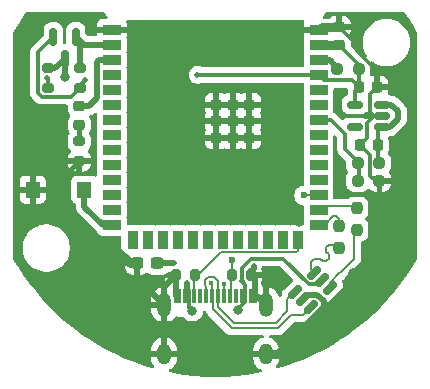
<source format=gbr>
%TF.GenerationSoftware,KiCad,Pcbnew,9.0.5-9.0.5~ubuntu25.04.1*%
%TF.CreationDate,2025-10-27T18:11:10+01:00*%
%TF.ProjectId,BladeMaster,426c6164-654d-4617-9374-65722e6b6963,rev?*%
%TF.SameCoordinates,Original*%
%TF.FileFunction,Copper,L2,Bot*%
%TF.FilePolarity,Positive*%
%FSLAX46Y46*%
G04 Gerber Fmt 4.6, Leading zero omitted, Abs format (unit mm)*
G04 Created by KiCad (PCBNEW 9.0.5-9.0.5~ubuntu25.04.1) date 2025-10-27 18:11:10*
%MOMM*%
%LPD*%
G01*
G04 APERTURE LIST*
G04 Aperture macros list*
%AMRoundRect*
0 Rectangle with rounded corners*
0 $1 Rounding radius*
0 $2 $3 $4 $5 $6 $7 $8 $9 X,Y pos of 4 corners*
0 Add a 4 corners polygon primitive as box body*
4,1,4,$2,$3,$4,$5,$6,$7,$8,$9,$2,$3,0*
0 Add four circle primitives for the rounded corners*
1,1,$1+$1,$2,$3*
1,1,$1+$1,$4,$5*
1,1,$1+$1,$6,$7*
1,1,$1+$1,$8,$9*
0 Add four rect primitives between the rounded corners*
20,1,$1+$1,$2,$3,$4,$5,0*
20,1,$1+$1,$4,$5,$6,$7,0*
20,1,$1+$1,$6,$7,$8,$9,0*
20,1,$1+$1,$8,$9,$2,$3,0*%
G04 Aperture macros list end*
%TA.AperFunction,SMDPad,CuDef*%
%ADD10RoundRect,0.225000X-0.250000X0.225000X-0.250000X-0.225000X0.250000X-0.225000X0.250000X0.225000X0*%
%TD*%
%TA.AperFunction,SMDPad,CuDef*%
%ADD11RoundRect,0.218750X0.256250X-0.218750X0.256250X0.218750X-0.256250X0.218750X-0.256250X-0.218750X0*%
%TD*%
%TA.AperFunction,SMDPad,CuDef*%
%ADD12RoundRect,0.200000X-0.275000X0.200000X-0.275000X-0.200000X0.275000X-0.200000X0.275000X0.200000X0*%
%TD*%
%TA.AperFunction,SMDPad,CuDef*%
%ADD13RoundRect,0.237500X-0.237500X0.250000X-0.237500X-0.250000X0.237500X-0.250000X0.237500X0.250000X0*%
%TD*%
%TA.AperFunction,SMDPad,CuDef*%
%ADD14RoundRect,0.237500X0.300000X0.237500X-0.300000X0.237500X-0.300000X-0.237500X0.300000X-0.237500X0*%
%TD*%
%TA.AperFunction,SMDPad,CuDef*%
%ADD15RoundRect,0.200000X0.200000X0.275000X-0.200000X0.275000X-0.200000X-0.275000X0.200000X-0.275000X0*%
%TD*%
%TA.AperFunction,ComponentPad*%
%ADD16O,1.200000X2.000000*%
%TD*%
%TA.AperFunction,ComponentPad*%
%ADD17O,1.200000X1.800000*%
%TD*%
%TA.AperFunction,SMDPad,CuDef*%
%ADD18R,0.300000X1.300000*%
%TD*%
%TA.AperFunction,SMDPad,CuDef*%
%ADD19RoundRect,0.150000X-0.256326X-0.468458X0.468458X0.256326X0.256326X0.468458X-0.468458X-0.256326X0*%
%TD*%
%TA.AperFunction,SMDPad,CuDef*%
%ADD20R,1.229997X1.359995*%
%TD*%
%TA.AperFunction,SMDPad,CuDef*%
%ADD21RoundRect,0.237500X-0.250000X-0.237500X0.250000X-0.237500X0.250000X0.237500X-0.250000X0.237500X0*%
%TD*%
%TA.AperFunction,SMDPad,CuDef*%
%ADD22R,1.500000X0.900000*%
%TD*%
%TA.AperFunction,SMDPad,CuDef*%
%ADD23R,0.900000X1.500000*%
%TD*%
%TA.AperFunction,SMDPad,CuDef*%
%ADD24R,0.900000X0.900000*%
%TD*%
%TA.AperFunction,SMDPad,CuDef*%
%ADD25RoundRect,0.150000X0.512500X0.150000X-0.512500X0.150000X-0.512500X-0.150000X0.512500X-0.150000X0*%
%TD*%
%TA.AperFunction,SMDPad,CuDef*%
%ADD26RoundRect,0.225000X0.225000X0.250000X-0.225000X0.250000X-0.225000X-0.250000X0.225000X-0.250000X0*%
%TD*%
%TA.AperFunction,SMDPad,CuDef*%
%ADD27RoundRect,0.150000X-0.150000X0.587500X-0.150000X-0.587500X0.150000X-0.587500X0.150000X0.587500X0*%
%TD*%
%TA.AperFunction,SMDPad,CuDef*%
%ADD28RoundRect,0.237500X0.250000X0.237500X-0.250000X0.237500X-0.250000X-0.237500X0.250000X-0.237500X0*%
%TD*%
%TA.AperFunction,SMDPad,CuDef*%
%ADD29RoundRect,0.200000X-0.200000X-0.275000X0.200000X-0.275000X0.200000X0.275000X-0.200000X0.275000X0*%
%TD*%
%TA.AperFunction,SMDPad,CuDef*%
%ADD30RoundRect,0.225000X-0.225000X-0.250000X0.225000X-0.250000X0.225000X0.250000X-0.225000X0.250000X0*%
%TD*%
%TA.AperFunction,ViaPad*%
%ADD31C,0.500000*%
%TD*%
%TA.AperFunction,ViaPad*%
%ADD32C,0.800000*%
%TD*%
%TA.AperFunction,ViaPad*%
%ADD33C,0.600000*%
%TD*%
%TA.AperFunction,ViaPad*%
%ADD34C,0.450000*%
%TD*%
%TA.AperFunction,Conductor*%
%ADD35C,0.200000*%
%TD*%
%TA.AperFunction,Conductor*%
%ADD36C,0.800000*%
%TD*%
%TA.AperFunction,Conductor*%
%ADD37C,0.300000*%
%TD*%
%TA.AperFunction,Conductor*%
%ADD38C,0.500000*%
%TD*%
%TA.AperFunction,Conductor*%
%ADD39C,0.400000*%
%TD*%
G04 APERTURE END LIST*
D10*
%TO.P,C1,1*%
%TO.N,GND*%
X10500000Y10025000D03*
%TO.P,C1,2*%
%TO.N,/3.3V*%
X10500000Y8475000D03*
%TD*%
D11*
%TO.P,D1,1,K*%
%TO.N,Net-(D1-K)*%
X-11500000Y1712499D03*
%TO.P,D1,2,A*%
%TO.N,Net-(D1-A)*%
X-11500000Y3287501D03*
%TD*%
D12*
%TO.P,R9,1*%
%TO.N,/NEOPX3*%
X-11437500Y6525000D03*
%TO.P,R9,2*%
%TO.N,/3.3V*%
X-11437500Y4875000D03*
%TD*%
D13*
%TO.P,R6,1*%
%TO.N,/DFR+*%
X10500000Y-6837500D03*
%TO.P,R6,2*%
%TO.N,/DF+*%
X10500000Y-8662500D03*
%TD*%
D14*
%TO.P,C4,1*%
%TO.N,/5V*%
X-4887499Y-10000000D03*
%TO.P,C4,2*%
%TO.N,GND*%
X-6612501Y-10000000D03*
%TD*%
D12*
%TO.P,R10,1*%
%TO.N,Net-(Q1-D)*%
X-14187500Y6525000D03*
%TO.P,R10,2*%
%TO.N,/5V*%
X-14187500Y4875000D03*
%TD*%
D15*
%TO.P,R8,1*%
%TO.N,GND*%
X3075000Y-11000000D03*
%TO.P,R8,2*%
%TO.N,/CC1*%
X1425000Y-11000000D03*
%TD*%
D12*
%TO.P,R3,1*%
%TO.N,Net-(D1-K)*%
X-11500000Y325000D03*
%TO.P,R3,2*%
%TO.N,GND*%
X-11500000Y-1325000D03*
%TD*%
D16*
%TO.P,J3,0,SH*%
%TO.N,GND*%
X4325121Y-13495753D03*
%TO.P,J3,1,SH*%
X-4325121Y-13495753D03*
D17*
%TO.P,J3,2,SH*%
X-4325121Y-17675585D03*
%TO.P,J3,3,SH*%
X4325121Y-17675585D03*
D18*
%TO.P,J3,A1,GND*%
X3350013Y-12727401D03*
%TO.P,J3,A4,VBUS*%
%TO.N,/5V*%
X2549911Y-12727401D03*
%TO.P,J3,A5,CC1*%
%TO.N,/CC1*%
X1249936Y-12727401D03*
%TO.P,J3,A6,DP1*%
%TO.N,/D+*%
X249936Y-12727401D03*
%TO.P,J3,A7,DN1*%
%TO.N,/D-*%
X-249936Y-12727401D03*
%TO.P,J3,A8,SBU1*%
%TO.N,unconnected-(J3-SBU1-PadA8)*%
X-1249682Y-12727401D03*
%TO.P,J3,A9,VBUS*%
%TO.N,/5V*%
X-2550165Y-12727401D03*
%TO.P,J3,A12,GND*%
%TO.N,GND*%
X-3350013Y-12727401D03*
%TO.P,J3,B1,GND*%
X-3050038Y-12727401D03*
%TO.P,J3,B4,VBUS*%
%TO.N,/5V*%
X-2249936Y-12727401D03*
%TO.P,J3,B5,CC2*%
%TO.N,/CC2*%
X-1750064Y-12727401D03*
%TO.P,J3,B6,DP2*%
%TO.N,/D+*%
X-750064Y-12727401D03*
%TO.P,J3,B7,DN2*%
%TO.N,/D-*%
X750064Y-12727401D03*
%TO.P,J3,B8,SBU2*%
%TO.N,unconnected-(J3-SBU2-PadB8)*%
X1750064Y-12727401D03*
%TO.P,J3,B9,VBUS*%
%TO.N,/5V*%
X2249936Y-12727401D03*
%TO.P,J3,B12,GND*%
%TO.N,GND*%
X3050038Y-12727401D03*
%TD*%
D19*
%TO.P,U2,1,I/O1*%
%TO.N,/D-*%
X8117417Y-13726085D03*
%TO.P,U2,2,GND*%
%TO.N,GND*%
X7445666Y-13054334D03*
%TO.P,U2,3,I/O2*%
%TO.N,/D+*%
X6773915Y-12382583D03*
%TO.P,U2,4,I/O2*%
%TO.N,/DF+*%
X8382583Y-10773915D03*
%TO.P,U2,5,VBUS*%
%TO.N,/5V*%
X9054334Y-11445666D03*
%TO.P,U2,6,I/O1*%
%TO.N,/DF-*%
X9726085Y-12117417D03*
%TD*%
D20*
%TO.P,SW1,1,1*%
%TO.N,Net-(U1-IO0)*%
X-11065088Y-3750000D03*
%TO.P,SW1,2,2*%
%TO.N,GND*%
X-15434912Y-3750000D03*
%TD*%
D21*
%TO.P,R2,1*%
%TO.N,/5V_sense*%
X12087500Y-1500000D03*
%TO.P,R2,2*%
%TO.N,/5V*%
X13912500Y-1500000D03*
%TD*%
%TO.P,R1,1*%
%TO.N,Net-(U1-EN)*%
X10337500Y6500000D03*
%TO.P,R1,2*%
%TO.N,/3.3V*%
X12162500Y6500000D03*
%TD*%
D22*
%TO.P,U1,1,GND*%
%TO.N,GND*%
X8750064Y9769115D03*
%TO.P,U1,2,3V3*%
%TO.N,/3.3V*%
X8750064Y8499112D03*
%TO.P,U1,3,EN*%
%TO.N,Net-(U1-EN)*%
X8750064Y7229110D03*
%TO.P,U1,4,IO4*%
%TO.N,/3.3V*%
X8750064Y5959107D03*
%TO.P,U1,5,IO5*%
%TO.N,unconnected-(U1-IO5-Pad5)*%
X8750064Y4689105D03*
%TO.P,U1,6,IO6*%
%TO.N,unconnected-(U1-IO6-Pad6)*%
X8750064Y3419102D03*
%TO.P,U1,7,IO7*%
%TO.N,/5V_sense*%
X8750064Y2149100D03*
%TO.P,U1,8,IO15*%
%TO.N,unconnected-(U1-IO15-Pad8)*%
X8750064Y879097D03*
%TO.P,U1,9,IO16*%
%TO.N,unconnected-(U1-IO16-Pad9)*%
X8750064Y-390906D03*
%TO.P,U1,10,IO17*%
%TO.N,unconnected-(U1-IO17-Pad10)*%
X8750064Y-1660908D03*
%TO.P,U1,11,IO18*%
%TO.N,unconnected-(U1-IO18-Pad11)*%
X8750064Y-2930911D03*
%TO.P,U1,12,IO8*%
%TO.N,/CC1*%
X8750064Y-4200913D03*
%TO.P,U1,13,IO19*%
%TO.N,/DFR-*%
X8750064Y-5470916D03*
%TO.P,U1,14,IO20*%
%TO.N,/DFR+*%
X8750064Y-6740918D03*
D23*
%TO.P,U1,15,IO3*%
%TO.N,/CC2*%
X6985014Y-8020827D03*
%TO.P,U1,16,IO46*%
%TO.N,unconnected-(U1-IO46-Pad16)*%
X5715011Y-8020827D03*
%TO.P,U1,17,IO9*%
%TO.N,unconnected-(U1-IO9-Pad17)*%
X4445009Y-8020827D03*
%TO.P,U1,18,IO10*%
%TO.N,unconnected-(U1-IO10-Pad18)*%
X3175006Y-8020827D03*
%TO.P,U1,19,IO11*%
%TO.N,unconnected-(U1-IO11-Pad19)*%
X1905004Y-8020827D03*
%TO.P,U1,20,IO12*%
%TO.N,unconnected-(U1-IO12-Pad20)*%
X635001Y-8020827D03*
%TO.P,U1,21,IO13*%
%TO.N,unconnected-(U1-IO13-Pad21)*%
X-635001Y-8020827D03*
%TO.P,U1,22,IO14*%
%TO.N,unconnected-(U1-IO14-Pad22)*%
X-1905004Y-8020827D03*
%TO.P,U1,23,IO21*%
%TO.N,unconnected-(U1-IO21-Pad23)*%
X-3175006Y-8020827D03*
%TO.P,U1,24,IO47*%
%TO.N,unconnected-(U1-IO47-Pad24)*%
X-4445009Y-8020827D03*
%TO.P,U1,25,IO48*%
%TO.N,unconnected-(U1-IO48-Pad25)*%
X-5715011Y-8020827D03*
%TO.P,U1,26,IO45*%
%TO.N,unconnected-(U1-IO45-Pad26)*%
X-6985014Y-7990855D03*
D22*
%TO.P,U1,27,IO0*%
%TO.N,Net-(U1-IO0)*%
X-8750064Y-6740918D03*
%TO.P,U1,28,IO35*%
%TO.N,unconnected-(U1-IO35-Pad28)*%
X-8750064Y-5470916D03*
%TO.P,U1,29,IO36*%
%TO.N,unconnected-(U1-IO36-Pad29)*%
X-8750064Y-4200913D03*
%TO.P,U1,30,IO37*%
%TO.N,unconnected-(U1-IO37-Pad30)*%
X-8750064Y-2930911D03*
%TO.P,U1,31,IO38*%
%TO.N,unconnected-(U1-IO38-Pad31)*%
X-8750064Y-1660908D03*
%TO.P,U1,32,IO39*%
%TO.N,unconnected-(U1-IO39-Pad32)*%
X-8750064Y-390906D03*
%TO.P,U1,33,IO40*%
%TO.N,unconnected-(U1-IO40-Pad33)*%
X-8750064Y879097D03*
%TO.P,U1,34,IO41*%
%TO.N,unconnected-(U1-IO41-Pad34)*%
X-8750064Y2149100D03*
%TO.P,U1,35,IO42*%
%TO.N,unconnected-(U1-IO42-Pad35)*%
X-8750064Y3419102D03*
%TO.P,U1,36,RXD0*%
%TO.N,unconnected-(U1-RXD0-Pad36)*%
X-8750064Y4689105D03*
%TO.P,U1,37,TXD0*%
%TO.N,unconnected-(U1-TXD0-Pad37)*%
X-8750064Y5959107D03*
%TO.P,U1,38,IO2*%
%TO.N,Net-(D1-A)*%
X-8750064Y7229110D03*
%TO.P,U1,39,IO1*%
%TO.N,/NEOPX3*%
X-8750064Y8499112D03*
%TO.P,U1,40,GND*%
%TO.N,GND*%
X-8750064Y9769115D03*
D24*
%TO.P,U1,41,GND*%
X2900178Y648973D03*
X2900178Y2049023D03*
X2900178Y3449074D03*
X1500127Y648973D03*
X1500127Y2049023D03*
X1500127Y3449074D03*
X100076Y648973D03*
X100076Y2049023D03*
X100076Y3449074D03*
%TD*%
D13*
%TO.P,R5,1*%
%TO.N,/DFR-*%
X12000000Y-5337500D03*
%TO.P,R5,2*%
%TO.N,/DF-*%
X12000000Y-7162500D03*
%TD*%
D25*
%TO.P,U3,1,VIN*%
%TO.N,/5V*%
X14137500Y3449999D03*
%TO.P,U3,2,GND*%
%TO.N,GND*%
X14137500Y2500000D03*
%TO.P,U3,3,CE*%
%TO.N,/5V*%
X14137500Y1550001D03*
%TO.P,U3,4,NC*%
%TO.N,unconnected-(U3-NC-Pad4)*%
X11862500Y1550001D03*
%TO.P,U3,5,VOUT*%
%TO.N,/3.3V*%
X11862500Y3449999D03*
%TD*%
D26*
%TO.P,C2,1*%
%TO.N,/5V*%
X13775000Y0D03*
%TO.P,C2,2*%
%TO.N,GND*%
X12225000Y0D03*
%TD*%
D27*
%TO.P,Q1,1,G*%
%TO.N,/3.3V*%
X-13700000Y9187500D03*
%TO.P,Q1,2,S*%
%TO.N,/NEOPX3*%
X-11800000Y9187500D03*
%TO.P,Q1,3,D*%
%TO.N,Net-(Q1-D)*%
X-12750000Y7312499D03*
%TD*%
D28*
%TO.P,R4,1*%
%TO.N,GND*%
X13912500Y-3000000D03*
%TO.P,R4,2*%
%TO.N,/5V_sense*%
X12087500Y-3000000D03*
%TD*%
D29*
%TO.P,R7,1*%
%TO.N,GND*%
X-3325000Y-11000000D03*
%TO.P,R7,2*%
%TO.N,/CC2*%
X-1675000Y-11000000D03*
%TD*%
D30*
%TO.P,C3,1*%
%TO.N,/3.3V*%
X12174999Y4940927D03*
%TO.P,C3,2*%
%TO.N,GND*%
X13724999Y4940927D03*
%TD*%
D31*
%TO.N,GND*%
X3263341Y-10200000D03*
D32*
X6000000Y0D03*
X-5750000Y1750000D03*
X-3200000Y-2200000D03*
X5250000Y1750000D03*
X11700000Y-10800000D03*
X-5750000Y-1250000D03*
X-7000000Y-6200000D03*
D31*
X3250000Y-6250000D03*
D32*
X7100000Y-6500000D03*
X3500000Y-2250000D03*
X-8700000Y-8500000D03*
D31*
%TO.N,/5V*%
X-14250000Y5675000D03*
X-3500000Y-10000000D03*
X15500000Y2250000D03*
X-2389027Y-11675556D03*
X2250000Y-11500000D03*
D32*
X-1924927Y-14000344D03*
X1925102Y-13976880D03*
D31*
%TO.N,/3.3V*%
X-1500000Y5959107D03*
X-11000000Y5500000D03*
D33*
%TO.N,/CC1*%
X1444619Y-9671827D03*
X7500000Y-4250000D03*
D32*
%TO.N,Net-(Q1-D)*%
X-12750000Y5750000D03*
D34*
%TO.N,/D-*%
X775000Y-11756103D03*
X-350000Y-11650000D03*
%TD*%
D35*
%TO.N,/D+*%
X249936Y-12727401D02*
X249936Y-11506059D01*
X249936Y-11506059D02*
X-132123Y-11124000D01*
X-132123Y-11124000D02*
X-567877Y-11124000D01*
X-567877Y-11124000D02*
X-876000Y-11432123D01*
X-876000Y-11432123D02*
X-876000Y-11867877D01*
X-876000Y-11867877D02*
X-750064Y-11993813D01*
X-750064Y-11993813D02*
X-750064Y-12727401D01*
%TO.N,/D-*%
X775000Y-11756103D02*
X775000Y-11800064D01*
X775000Y-11800064D02*
X750000Y-11825064D01*
X750000Y-11825064D02*
X750000Y-12727337D01*
X750000Y-12727337D02*
X750064Y-12727401D01*
%TO.N,/CC1*%
X1425000Y-11000000D02*
X1300000Y-11125000D01*
X1300000Y-11125000D02*
X1300000Y-12677337D01*
X1300000Y-12677337D02*
X1249936Y-12727401D01*
%TO.N,/D-*%
X-350000Y-11650000D02*
X-249936Y-11750064D01*
X-249936Y-11750064D02*
X-249936Y-12727401D01*
D36*
%TO.N,GND*%
X4325121Y-17675585D02*
X5725121Y-17675585D01*
D37*
X13124000Y4339928D02*
X13124000Y2851001D01*
X12225000Y0D02*
X13069001Y-844001D01*
X13069001Y-844001D02*
X13069001Y-2569001D01*
D38*
X3263341Y-10436659D02*
X3075000Y-10625000D01*
D37*
X10500000Y10025000D02*
X12000000Y8525000D01*
D38*
X-6612501Y-11208373D02*
X-4325121Y-13495753D01*
X-3350013Y-12727401D02*
X-3350013Y-11025013D01*
X9189814Y-13715762D02*
X5229991Y-17675585D01*
X-4325121Y-12000121D02*
X-3325000Y-11000000D01*
D37*
X12000000Y8525000D02*
X12000000Y8000000D01*
D38*
X3263341Y-10200000D02*
X3263341Y-10436659D01*
D37*
X13475001Y2500000D02*
X14137500Y2500000D01*
X12876000Y651000D02*
X12225000Y0D01*
D38*
X-4325121Y-13495753D02*
X-4325121Y-12000121D01*
X5229991Y-17675585D02*
X4325121Y-17675585D01*
D36*
X-7200000Y-10000000D02*
X-8700000Y-8500000D01*
D37*
X13124000Y2851001D02*
X13475001Y2500000D01*
X13250000Y-2750000D02*
X13820000Y-2750000D01*
D38*
X3075000Y-10625000D02*
X3075000Y-11000000D01*
X3350013Y-12727401D02*
X3556769Y-12727401D01*
D36*
X-6612501Y-10000000D02*
X-7200000Y-10000000D01*
D39*
X-13925000Y-3750000D02*
X-11500000Y-1325000D01*
D36*
X9005949Y10025000D02*
X8750064Y9769115D01*
X5725121Y-17675585D02*
X11700000Y-11700706D01*
D37*
X13069001Y-2569001D02*
X13250000Y-2750000D01*
D38*
X3350013Y-12727401D02*
X3350013Y-11275013D01*
D37*
X13475001Y2500000D02*
X12876000Y1900999D01*
D38*
X7445666Y-13054334D02*
X7846312Y-12653688D01*
D36*
X10500000Y10025000D02*
X9005949Y10025000D01*
D37*
X12876000Y1900999D02*
X12876000Y651000D01*
D36*
X11700000Y-11700706D02*
X11700000Y-10800000D01*
D38*
X8619748Y-12653688D02*
X9189814Y-13223754D01*
D37*
X12000000Y8000000D02*
X13724999Y6275001D01*
D38*
X-3350013Y-11025013D02*
X-3325000Y-11000000D01*
X7846312Y-12653688D02*
X8619748Y-12653688D01*
D39*
X-15434912Y-3750000D02*
X-13925000Y-3750000D01*
D37*
X13724999Y4940927D02*
X13124000Y4339928D01*
D38*
X3556769Y-12727401D02*
X4325121Y-13495753D01*
X9189814Y-13223754D02*
X9189814Y-13715762D01*
X3350013Y-11275013D02*
X3075000Y-11000000D01*
D37*
X13724999Y6275001D02*
X13724999Y4940927D01*
D38*
X-6612501Y-10000000D02*
X-6612501Y-11208373D01*
%TO.N,/5V*%
X14800001Y1550001D02*
X15500000Y2250000D01*
D37*
X-2249936Y-13619139D02*
X-2173917Y-13695158D01*
D38*
X14916233Y3449999D02*
X15500000Y2866232D01*
D37*
X-2173917Y-13695158D02*
X-2173917Y-13750000D01*
X3014399Y-9599000D02*
X5774362Y-9599000D01*
X13775000Y0D02*
X13775000Y1187501D01*
D38*
X-2389027Y-12566263D02*
X-2449038Y-12626274D01*
D37*
X7921674Y-11746312D02*
X8753688Y-11746312D01*
X2250000Y-11500000D02*
X2250000Y-10363399D01*
D38*
X14137500Y1550001D02*
X14800001Y1550001D01*
D37*
X2549911Y-13227401D02*
X1925102Y-13852210D01*
X-14187500Y5612500D02*
X-14250000Y5675000D01*
X8753688Y-11746312D02*
X9054334Y-11445666D01*
D38*
X-2449038Y-12626274D02*
X-2449038Y-12727401D01*
D37*
X-2173917Y-13750000D02*
X-1924927Y-13998990D01*
X-2249936Y-12727401D02*
X-2249936Y-13619139D01*
D38*
X15500000Y2866232D02*
X15500000Y2250000D01*
D37*
X-1924927Y-13998990D02*
X-1924927Y-14000344D01*
X2549911Y-12727401D02*
X2549911Y-11799911D01*
X13820001Y-45001D02*
X13775000Y0D01*
X13820001Y-1500000D02*
X13820001Y-45001D01*
X-14187500Y4875000D02*
X-14187500Y5612500D01*
X1925102Y-13852210D02*
X1925102Y-13976880D01*
X13775000Y1187501D02*
X14137500Y1550001D01*
D38*
X14137500Y3449999D02*
X14916233Y3449999D01*
X-4887499Y-10000000D02*
X-3500000Y-10000000D01*
X-2389027Y-11675556D02*
X-2389027Y-12566263D01*
D37*
X2549911Y-11799911D02*
X2250000Y-11500000D01*
X2250000Y-10363399D02*
X3014399Y-9599000D01*
X2549911Y-12727401D02*
X2549911Y-13227401D01*
X5774362Y-9599000D02*
X7921674Y-11746312D01*
D36*
%TO.N,/3.3V*%
X10500000Y8475000D02*
X8774176Y8475000D01*
D37*
X12174999Y6800001D02*
X10500000Y8475000D01*
X9219066Y5490105D02*
X8750064Y5959107D01*
X11862500Y4628428D02*
X12174999Y4940927D01*
X-15013500Y4441226D02*
X-14696274Y4124000D01*
X-11437500Y5062500D02*
X-11000000Y5500000D01*
X-13700000Y9187500D02*
X-15013500Y7874000D01*
D36*
X8774176Y8475000D02*
X8750064Y8499112D01*
D37*
X12174999Y4940927D02*
X12174999Y6800001D01*
X-12188500Y4124000D02*
X-11437500Y4875000D01*
X-14696274Y4124000D02*
X-12188500Y4124000D01*
X12174999Y4940927D02*
X11625821Y5490105D01*
X-1500000Y5959107D02*
X8750064Y5959107D01*
X-15013500Y7874000D02*
X-15013500Y4441226D01*
X11625821Y5490105D02*
X9219066Y5490105D01*
X-11437500Y4875000D02*
X-11437500Y5062500D01*
X11862500Y3449999D02*
X11862500Y4628428D01*
D35*
%TO.N,/CC2*%
X503173Y-9071827D02*
X6884014Y-9071827D01*
X-1750064Y-11325064D02*
X-1750064Y-12727401D01*
X6985014Y-8970827D02*
X6985014Y-8020827D01*
X6884014Y-9071827D02*
X6985014Y-8970827D01*
X-1425000Y-11000000D02*
X-1750064Y-11325064D01*
X-1425000Y-11000000D02*
X503173Y-9071827D01*
D38*
%TO.N,Net-(D1-A)*%
X-10712499Y3287501D02*
X-11500000Y3287501D01*
X-10000000Y7029174D02*
X-10000000Y4000000D01*
X-8750064Y7229110D02*
X-9800064Y7229110D01*
X-10000000Y4000000D02*
X-10712499Y3287501D01*
X-9800064Y7229110D02*
X-10000000Y7029174D01*
D35*
%TO.N,/CC1*%
X1444619Y-9671827D02*
X1444619Y-10980381D01*
X1444619Y-10980381D02*
X1425000Y-11000000D01*
X7500000Y-4250000D02*
X8700977Y-4250000D01*
X8700977Y-4250000D02*
X8750064Y-4200913D01*
D39*
%TO.N,Net-(D1-K)*%
X-11500000Y1712499D02*
X-11500000Y325000D01*
D38*
%TO.N,Net-(Q1-D)*%
X-13537499Y6525000D02*
X-12750000Y7312499D01*
X-12750000Y7312499D02*
X-12750000Y5750000D01*
X-14187500Y6525000D02*
X-13537499Y6525000D01*
%TO.N,Net-(U1-EN)*%
X10429999Y6500000D02*
X9700889Y7229110D01*
X9700889Y7229110D02*
X8750064Y7229110D01*
D37*
%TO.N,/5V_sense*%
X11000000Y-320001D02*
X11000000Y949164D01*
X12180000Y-2750000D02*
X12179999Y-1500000D01*
X9800064Y2149100D02*
X8750064Y2149100D01*
X12179999Y-1500000D02*
X11000000Y-320001D01*
X11000000Y949164D02*
X9800064Y2149100D01*
D35*
%TO.N,/DFR-*%
X9040981Y-5179999D02*
X8750064Y-5470916D01*
X11750000Y-5179999D02*
X9040981Y-5179999D01*
%TO.N,/DF-*%
X12000000Y-7162500D02*
X11750000Y-7412500D01*
X10504815Y-10845127D02*
X9726085Y-11623857D01*
X11750000Y-9599942D02*
X10637888Y-10712054D01*
X11750000Y-7412500D02*
X11750000Y-9599942D01*
X10637888Y-10712054D02*
X10504815Y-10845127D01*
X9726085Y-11623857D02*
X9726085Y-12117417D01*
%TO.N,/D-*%
X-225000Y-13843198D02*
X1406802Y-15475000D01*
X-249936Y-13227401D02*
X-225000Y-13252337D01*
X5343198Y-15475000D02*
X6433021Y-14385177D01*
X-225000Y-13252337D02*
X-225000Y-13843198D01*
X1406802Y-15475000D02*
X5343198Y-15475000D01*
X-249936Y-12727401D02*
X-249936Y-13227401D01*
X6433021Y-14385177D02*
X7458325Y-14385177D01*
X7458325Y-14385177D02*
X8117417Y-13726085D01*
%TO.N,/DF+*%
X8100000Y-9900000D02*
X8400000Y-9600000D01*
X9100000Y-9800000D02*
X9400000Y-9800000D01*
X9600000Y-9600000D02*
X9600000Y-9200000D01*
X9400000Y-9000000D02*
X9400000Y-8600000D01*
X8100000Y-10491332D02*
X8100000Y-9900000D01*
X9400000Y-8600000D02*
X9600000Y-8400000D01*
X9600000Y-8400000D02*
X10237500Y-8400000D01*
X8900000Y-9600000D02*
X9100000Y-9800000D01*
X10237500Y-8400000D02*
X10500000Y-8662500D01*
X8400000Y-9600000D02*
X8900000Y-9600000D01*
X9499042Y-9700958D02*
X9589532Y-9610468D01*
X9400000Y-9800000D02*
X9499042Y-9700958D01*
X9600000Y-9200000D02*
X9400000Y-9000000D01*
X8382583Y-10773915D02*
X8100000Y-10491332D01*
X9589532Y-9610468D02*
X9600000Y-9600000D01*
%TO.N,/DFR+*%
X10500000Y-6250000D02*
X10250000Y-6000000D01*
X10000000Y-6000000D02*
X9259082Y-6740918D01*
X10500000Y-6929999D02*
X10500000Y-6250000D01*
X10250000Y-6000000D02*
X10000000Y-6000000D01*
X9259082Y-6740918D02*
X8750064Y-6740918D01*
D38*
%TO.N,Net-(U1-IO0)*%
X-11065088Y-5184912D02*
X-9509082Y-6740918D01*
X-11065088Y-3750000D02*
X-11065088Y-5184912D01*
X-9509082Y-6740918D02*
X-8750064Y-6740918D01*
D35*
%TO.N,/D+*%
X225000Y-13252337D02*
X225000Y-13656802D01*
X249936Y-12727401D02*
X249936Y-13227401D01*
X225000Y-13656802D02*
X1593198Y-15025000D01*
X5156802Y-15025000D02*
X6114823Y-14066979D01*
X6114823Y-14066979D02*
X6114823Y-13041675D01*
X249936Y-13227401D02*
X225000Y-13252337D01*
X1593198Y-15025000D02*
X5156802Y-15025000D01*
X6114823Y-13041675D02*
X6773915Y-12382583D01*
D38*
%TO.N,/NEOPX3*%
X-11111612Y8499112D02*
X-11800000Y9187500D01*
X-11437500Y8825000D02*
X-11800000Y9187500D01*
X-8750064Y8499112D02*
X-11111612Y8499112D01*
X-11437500Y6525000D02*
X-11437500Y8825000D01*
%TD*%
%TA.AperFunction,Conductor*%
%TO.N,GND*%
G36*
X-9356897Y11230315D02*
G01*
X-9313085Y11180157D01*
X-9312932Y11180244D01*
X-9312486Y11179471D01*
X-9311553Y11178403D01*
X-9310227Y11175558D01*
X-9222691Y11023943D01*
X-9137839Y10922820D01*
X-9109827Y10858812D01*
X-9120866Y10789820D01*
X-9167453Y10737749D01*
X-9232829Y10719115D01*
X-9547909Y10719115D01*
X-9607437Y10712714D01*
X-9607444Y10712712D01*
X-9742151Y10662470D01*
X-9742158Y10662466D01*
X-9857252Y10576306D01*
X-9857255Y10576303D01*
X-9943415Y10461209D01*
X-9943419Y10461202D01*
X-9993661Y10326495D01*
X-9993663Y10326488D01*
X-10000064Y10266960D01*
X-10000064Y10019115D01*
X-7500064Y10019115D01*
X-7500064Y10266943D01*
X-7500065Y10266960D01*
X-7506466Y10326488D01*
X-7506468Y10326496D01*
X-7545880Y10432167D01*
X-7550864Y10501859D01*
X-7517379Y10563182D01*
X-7456055Y10596666D01*
X-7429698Y10599500D01*
X7429698Y10599500D01*
X7496737Y10579815D01*
X7542492Y10527011D01*
X7552436Y10457853D01*
X7545880Y10432167D01*
X7506467Y10326496D01*
X7506465Y10326488D01*
X7500064Y10266960D01*
X7500064Y10019115D01*
X8626064Y10019115D01*
X8693103Y9999430D01*
X8738858Y9946626D01*
X8750064Y9895115D01*
X8750064Y9643115D01*
X8730379Y9576076D01*
X8677575Y9530321D01*
X8626064Y9519115D01*
X7500064Y9519115D01*
X7500064Y9271271D01*
X7506466Y9211738D01*
X7506466Y9211737D01*
X7518989Y9178161D01*
X7523973Y9108469D01*
X7518990Y9091496D01*
X7505972Y9056593D01*
X7500824Y9008706D01*
X7499565Y8996989D01*
X7499564Y8996977D01*
X7499564Y8001242D01*
X7499565Y8001236D01*
X7505972Y7941629D01*
X7518723Y7907442D01*
X7523706Y7837750D01*
X7518723Y7820780D01*
X7505972Y7786593D01*
X7501889Y7748612D01*
X7499565Y7726987D01*
X7499564Y7726975D01*
X7499565Y6733607D01*
X7479881Y6666568D01*
X7427077Y6620813D01*
X7375565Y6609607D01*
X-1086160Y6609607D01*
X-1138521Y6622722D01*
X-1138878Y6621860D01*
X-1144505Y6624191D01*
X-1281087Y6680765D01*
X-1281093Y6680767D01*
X-1426080Y6709607D01*
X-1426082Y6709607D01*
X-1573918Y6709607D01*
X-1573920Y6709607D01*
X-1718908Y6680767D01*
X-1718918Y6680764D01*
X-1855489Y6624195D01*
X-1855502Y6624188D01*
X-1978416Y6542059D01*
X-1978420Y6542056D01*
X-2082949Y6437527D01*
X-2082952Y6437523D01*
X-2165081Y6314609D01*
X-2165088Y6314596D01*
X-2221657Y6178025D01*
X-2221660Y6178015D01*
X-2250500Y6033028D01*
X-2250500Y6033025D01*
X-2250500Y5885189D01*
X-2250500Y5885187D01*
X-2250501Y5885187D01*
X-2221660Y5740200D01*
X-2221657Y5740190D01*
X-2165088Y5603619D01*
X-2165081Y5603606D01*
X-2082952Y5480692D01*
X-2082949Y5480688D01*
X-1978420Y5376159D01*
X-1978416Y5376156D01*
X-1855502Y5294027D01*
X-1855489Y5294020D01*
X-1740979Y5246589D01*
X-1718913Y5237449D01*
X-1718909Y5237449D01*
X-1718908Y5237448D01*
X-1573921Y5208607D01*
X-1573918Y5208607D01*
X-1426080Y5208607D01*
X-1328538Y5228011D01*
X-1281087Y5237449D01*
X-1144505Y5294023D01*
X-1144504Y5294024D01*
X-1138878Y5296354D01*
X-1138521Y5295493D01*
X-1086160Y5308607D01*
X7375564Y5308607D01*
X7442603Y5288922D01*
X7488358Y5236118D01*
X7499564Y5184607D01*
X7499564Y4191235D01*
X7499565Y4191229D01*
X7505972Y4131622D01*
X7518723Y4097437D01*
X7523707Y4027745D01*
X7518723Y4010772D01*
X7505973Y3976588D01*
X7505972Y3976586D01*
X7500911Y3929504D01*
X7499565Y3916979D01*
X7499564Y3916967D01*
X7499564Y2921232D01*
X7499565Y2921226D01*
X7505972Y2861619D01*
X7518723Y2827432D01*
X7523706Y2757740D01*
X7518723Y2740770D01*
X7505972Y2706583D01*
X7499700Y2648237D01*
X7499565Y2646977D01*
X7499564Y2646965D01*
X7499564Y1651230D01*
X7499565Y1651224D01*
X7505972Y1591617D01*
X7518723Y1557432D01*
X7523707Y1487740D01*
X7518723Y1470767D01*
X7505973Y1436583D01*
X7505972Y1436581D01*
X7499565Y1376981D01*
X7499565Y1376974D01*
X7499564Y1376962D01*
X7499564Y381227D01*
X7499565Y381221D01*
X7505972Y321614D01*
X7518723Y287429D01*
X7523707Y217737D01*
X7518723Y200764D01*
X7505973Y166580D01*
X7505972Y166578D01*
X7499565Y106978D01*
X7499565Y106971D01*
X7499564Y106959D01*
X7499564Y-888776D01*
X7499565Y-888782D01*
X7505972Y-948389D01*
X7518723Y-982576D01*
X7523706Y-1052268D01*
X7518723Y-1069238D01*
X7505972Y-1103425D01*
X7505024Y-1112247D01*
X7499565Y-1163031D01*
X7499564Y-1163043D01*
X7499564Y-2158778D01*
X7499565Y-2158784D01*
X7505972Y-2218391D01*
X7518723Y-2252576D01*
X7523707Y-2322268D01*
X7518723Y-2339241D01*
X7505973Y-2373425D01*
X7505972Y-2373427D01*
X7501943Y-2410908D01*
X7499565Y-2433034D01*
X7499564Y-2433046D01*
X7499564Y-3332139D01*
X7479879Y-3399178D01*
X7427075Y-3444933D01*
X7399756Y-3453756D01*
X7266508Y-3480261D01*
X7266498Y-3480264D01*
X7120827Y-3540602D01*
X7120814Y-3540609D01*
X6989711Y-3628210D01*
X6989707Y-3628213D01*
X6878213Y-3739707D01*
X6878210Y-3739711D01*
X6790609Y-3870814D01*
X6790602Y-3870827D01*
X6730264Y-4016498D01*
X6730261Y-4016510D01*
X6699500Y-4171153D01*
X6699500Y-4328846D01*
X6730261Y-4483489D01*
X6730264Y-4483501D01*
X6790602Y-4629172D01*
X6790609Y-4629185D01*
X6878210Y-4760288D01*
X6878213Y-4760292D01*
X6989707Y-4871786D01*
X6989711Y-4871789D01*
X7120814Y-4959390D01*
X7120827Y-4959397D01*
X7266498Y-5019735D01*
X7266503Y-5019737D01*
X7336921Y-5033744D01*
X7399755Y-5046243D01*
X7461666Y-5078628D01*
X7496240Y-5139343D01*
X7499564Y-5167860D01*
X7499564Y-5968786D01*
X7499565Y-5968792D01*
X7505972Y-6028399D01*
X7518723Y-6062586D01*
X7523706Y-6132278D01*
X7518723Y-6149248D01*
X7505972Y-6183435D01*
X7499565Y-6243034D01*
X7499565Y-6243041D01*
X7499564Y-6243053D01*
X7499564Y-6646327D01*
X7479879Y-6713366D01*
X7427075Y-6759121D01*
X7375564Y-6770327D01*
X6487143Y-6770327D01*
X6487137Y-6770328D01*
X6427532Y-6776735D01*
X6393343Y-6789487D01*
X6323652Y-6794470D01*
X6306679Y-6789486D01*
X6272493Y-6776735D01*
X6272494Y-6776735D01*
X6212894Y-6770328D01*
X6212892Y-6770327D01*
X6212884Y-6770327D01*
X6212875Y-6770327D01*
X5217140Y-6770327D01*
X5217134Y-6770328D01*
X5157527Y-6776735D01*
X5123341Y-6789486D01*
X5053649Y-6794469D01*
X5036679Y-6789486D01*
X5002490Y-6776735D01*
X5002492Y-6776735D01*
X4942892Y-6770328D01*
X4942890Y-6770327D01*
X4942882Y-6770327D01*
X4942873Y-6770327D01*
X3947138Y-6770327D01*
X3947132Y-6770328D01*
X3887527Y-6776735D01*
X3853338Y-6789487D01*
X3783647Y-6794470D01*
X3766674Y-6789486D01*
X3732488Y-6776735D01*
X3732489Y-6776735D01*
X3672889Y-6770328D01*
X3672887Y-6770327D01*
X3672879Y-6770327D01*
X3672870Y-6770327D01*
X2677135Y-6770327D01*
X2677129Y-6770328D01*
X2617522Y-6776735D01*
X2583336Y-6789486D01*
X2513644Y-6794469D01*
X2496674Y-6789486D01*
X2462485Y-6776735D01*
X2462487Y-6776735D01*
X2402887Y-6770328D01*
X2402885Y-6770327D01*
X2402877Y-6770327D01*
X2402868Y-6770327D01*
X1407133Y-6770327D01*
X1407127Y-6770328D01*
X1347522Y-6776735D01*
X1313333Y-6789487D01*
X1243642Y-6794470D01*
X1226669Y-6789486D01*
X1192483Y-6776735D01*
X1192484Y-6776735D01*
X1132884Y-6770328D01*
X1132882Y-6770327D01*
X1132874Y-6770327D01*
X1132865Y-6770327D01*
X137130Y-6770327D01*
X137124Y-6770328D01*
X77517Y-6776735D01*
X43331Y-6789486D01*
X-26361Y-6794469D01*
X-43331Y-6789486D01*
X-77520Y-6776735D01*
X-77518Y-6776735D01*
X-137118Y-6770328D01*
X-137120Y-6770327D01*
X-137128Y-6770327D01*
X-137137Y-6770327D01*
X-1132872Y-6770327D01*
X-1132878Y-6770328D01*
X-1192483Y-6776735D01*
X-1226672Y-6789487D01*
X-1296363Y-6794470D01*
X-1313336Y-6789486D01*
X-1347522Y-6776735D01*
X-1347521Y-6776735D01*
X-1407121Y-6770328D01*
X-1407123Y-6770327D01*
X-1407131Y-6770327D01*
X-1407140Y-6770327D01*
X-2402875Y-6770327D01*
X-2402881Y-6770328D01*
X-2462488Y-6776735D01*
X-2496674Y-6789486D01*
X-2566366Y-6794469D01*
X-2583336Y-6789486D01*
X-2617525Y-6776735D01*
X-2617523Y-6776735D01*
X-2677123Y-6770328D01*
X-2677125Y-6770327D01*
X-2677133Y-6770327D01*
X-2677142Y-6770327D01*
X-3672877Y-6770327D01*
X-3672883Y-6770328D01*
X-3732488Y-6776735D01*
X-3766677Y-6789487D01*
X-3836368Y-6794470D01*
X-3853341Y-6789486D01*
X-3887527Y-6776735D01*
X-3887526Y-6776735D01*
X-3947126Y-6770328D01*
X-3947128Y-6770327D01*
X-3947136Y-6770327D01*
X-3947145Y-6770327D01*
X-4942880Y-6770327D01*
X-4942886Y-6770328D01*
X-5002493Y-6776735D01*
X-5036679Y-6789486D01*
X-5106371Y-6794469D01*
X-5123341Y-6789486D01*
X-5157530Y-6776735D01*
X-5157528Y-6776735D01*
X-5217128Y-6770328D01*
X-5217130Y-6770327D01*
X-5217138Y-6770327D01*
X-5217147Y-6770327D01*
X-6212882Y-6770327D01*
X-6212888Y-6770328D01*
X-6272496Y-6776736D01*
X-6280040Y-6778519D01*
X-6280748Y-6775526D01*
X-6336237Y-6779474D01*
X-6353166Y-6774500D01*
X-6427532Y-6746763D01*
X-6427531Y-6746763D01*
X-6487131Y-6740356D01*
X-6487133Y-6740355D01*
X-6487141Y-6740355D01*
X-6487149Y-6740355D01*
X-7375565Y-6740355D01*
X-7442604Y-6720670D01*
X-7488359Y-6667866D01*
X-7499565Y-6616355D01*
X-7499565Y-6243047D01*
X-7499566Y-6243041D01*
X-7499567Y-6243034D01*
X-7505973Y-6183435D01*
X-7518724Y-6149251D01*
X-7523709Y-6079560D01*
X-7518724Y-6062586D01*
X-7505973Y-6028399D01*
X-7499564Y-5968789D01*
X-7499565Y-4973044D01*
X-7504765Y-4924673D01*
X-7505973Y-4913432D01*
X-7518723Y-4879249D01*
X-7523708Y-4809557D01*
X-7518728Y-4792591D01*
X-7505973Y-4758396D01*
X-7499564Y-4698786D01*
X-7499565Y-3703041D01*
X-7505973Y-3643430D01*
X-7518724Y-3609246D01*
X-7523709Y-3539555D01*
X-7518726Y-3522584D01*
X-7505973Y-3488394D01*
X-7499564Y-3428784D01*
X-7499565Y-2433039D01*
X-7505973Y-2373428D01*
X-7518724Y-2339243D01*
X-7523708Y-2269552D01*
X-7518728Y-2252586D01*
X-7505973Y-2218391D01*
X-7499564Y-2158781D01*
X-7499565Y-1163036D01*
X-7505973Y-1103425D01*
X-7518724Y-1069241D01*
X-7523709Y-999550D01*
X-7518724Y-982576D01*
X-7505973Y-948389D01*
X-7499564Y-888779D01*
X-7499565Y106966D01*
X-7504312Y151129D01*
X-849924Y151129D01*
X-843523Y91601D01*
X-843521Y91594D01*
X-793279Y-43113D01*
X-793275Y-43120D01*
X-707115Y-158214D01*
X-707112Y-158217D01*
X-592018Y-244377D01*
X-592011Y-244381D01*
X-457304Y-294623D01*
X-457297Y-294625D01*
X-397769Y-301026D01*
X-397752Y-301027D01*
X-149924Y-301027D01*
X350076Y-301027D01*
X597904Y-301027D01*
X597920Y-301026D01*
X657448Y-294625D01*
X657455Y-294623D01*
X756769Y-257582D01*
X826460Y-252598D01*
X843436Y-257582D01*
X942750Y-294624D01*
X942754Y-294625D01*
X1002282Y-301026D01*
X1002299Y-301027D01*
X1250127Y-301027D01*
X1750127Y-301027D01*
X1997955Y-301027D01*
X1997971Y-301026D01*
X2057499Y-294625D01*
X2057506Y-294623D01*
X2156820Y-257582D01*
X2226511Y-252598D01*
X2243487Y-257582D01*
X2342801Y-294624D01*
X2342805Y-294625D01*
X2402333Y-301026D01*
X2402350Y-301027D01*
X2650178Y-301027D01*
X3150178Y-301027D01*
X3398006Y-301027D01*
X3398022Y-301026D01*
X3457550Y-294625D01*
X3457557Y-294623D01*
X3592264Y-244381D01*
X3592271Y-244377D01*
X3707365Y-158217D01*
X3707368Y-158214D01*
X3793528Y-43120D01*
X3793532Y-43113D01*
X3843774Y91594D01*
X3843776Y91601D01*
X3850177Y151129D01*
X3850178Y151146D01*
X3850178Y398973D01*
X3150178Y398973D01*
X3150178Y-301027D01*
X2650178Y-301027D01*
X2650178Y398973D01*
X1750127Y398973D01*
X1750127Y-301027D01*
X1250127Y-301027D01*
X1250127Y398973D01*
X350076Y398973D01*
X350076Y-301027D01*
X-149924Y-301027D01*
X-149924Y398973D01*
X-849924Y398973D01*
X-849924Y151129D01*
X-7504312Y151129D01*
X-7505973Y166577D01*
X-7518724Y200762D01*
X-7525495Y260179D01*
X-7523663Y274187D01*
X-7505973Y321614D01*
X-7499564Y381224D01*
X-7499565Y1376969D01*
X-7505973Y1436580D01*
X-7509419Y1445818D01*
X-7518723Y1470764D01*
X-7523708Y1540456D01*
X-7520560Y1551179D01*
X-849924Y1551179D01*
X-843523Y1491651D01*
X-843521Y1491643D01*
X-806480Y1392331D01*
X-801496Y1322639D01*
X-806480Y1305665D01*
X-843521Y1206354D01*
X-843523Y1206346D01*
X-849924Y1146818D01*
X-849924Y898973D01*
X-149924Y898973D01*
X350076Y898973D01*
X1250127Y898973D01*
X1750127Y898973D01*
X2650178Y898973D01*
X3150178Y898973D01*
X3850178Y898973D01*
X3850178Y1146801D01*
X3850177Y1146818D01*
X3843776Y1206346D01*
X3843774Y1206354D01*
X3806733Y1305663D01*
X3801748Y1375355D01*
X3806733Y1392333D01*
X3843774Y1491643D01*
X3843776Y1491651D01*
X3850177Y1551179D01*
X3850178Y1551196D01*
X3850178Y1799023D01*
X3150178Y1799023D01*
X3150178Y898973D01*
X2650178Y898973D01*
X2650178Y1799023D01*
X1750127Y1799023D01*
X1750127Y898973D01*
X1250127Y898973D01*
X1250127Y1799023D01*
X350076Y1799023D01*
X350076Y898973D01*
X-149924Y898973D01*
X-149924Y1799023D01*
X-849924Y1799023D01*
X-849924Y1551179D01*
X-7520560Y1551179D01*
X-7518728Y1557422D01*
X-7505973Y1591617D01*
X-7499564Y1651227D01*
X-7499565Y2157210D01*
X-7499565Y2646971D01*
X-7499566Y2646977D01*
X-7499567Y2646984D01*
X-7505834Y2705291D01*
X-7505973Y2706584D01*
X-7518723Y2740766D01*
X-7523709Y2810458D01*
X-7518724Y2827432D01*
X-7505973Y2861619D01*
X-7499564Y2921229D01*
X-7499564Y2951230D01*
X-849924Y2951230D01*
X-843523Y2891702D01*
X-843521Y2891695D01*
X-806480Y2792383D01*
X-801496Y2722692D01*
X-806480Y2705718D01*
X-843521Y2606407D01*
X-843523Y2606396D01*
X-849924Y2546868D01*
X-849924Y2299023D01*
X-149924Y2299023D01*
X350076Y2299023D01*
X1250127Y2299023D01*
X1750127Y2299023D01*
X2650178Y2299023D01*
X3150178Y2299023D01*
X3850178Y2299023D01*
X3850178Y2546851D01*
X3850177Y2546868D01*
X3843776Y2606396D01*
X3843775Y2606400D01*
X3806733Y2705714D01*
X3801749Y2775406D01*
X3806733Y2792381D01*
X3843774Y2891695D01*
X3843776Y2891702D01*
X3850177Y2951230D01*
X3850178Y2951247D01*
X3850178Y3199074D01*
X3150178Y3199074D01*
X3150178Y2299023D01*
X2650178Y2299023D01*
X2650178Y3199074D01*
X1750127Y3199074D01*
X1750127Y2299023D01*
X1250127Y2299023D01*
X1250127Y3199074D01*
X350076Y3199074D01*
X350076Y2299023D01*
X-149924Y2299023D01*
X-149924Y3199074D01*
X-849924Y3199074D01*
X-849924Y2951230D01*
X-7499564Y2951230D01*
X-7499565Y3449182D01*
X-7499565Y3916973D01*
X-7499566Y3916984D01*
X-7500912Y3929504D01*
X-7502784Y3946919D01*
X-849924Y3946919D01*
X-849924Y3699074D01*
X-149924Y3699074D01*
X350076Y3699074D01*
X1250127Y3699074D01*
X1750127Y3699074D01*
X2650178Y3699074D01*
X3150178Y3699074D01*
X3850178Y3699074D01*
X3850178Y3946902D01*
X3850177Y3946919D01*
X3843776Y4006447D01*
X3843774Y4006454D01*
X3793532Y4141161D01*
X3793528Y4141168D01*
X3707368Y4256262D01*
X3707365Y4256265D01*
X3592271Y4342425D01*
X3592264Y4342429D01*
X3457557Y4392671D01*
X3457550Y4392673D01*
X3398022Y4399074D01*
X3150178Y4399074D01*
X3150178Y3699074D01*
X2650178Y3699074D01*
X2650178Y4399074D01*
X2402333Y4399074D01*
X2342805Y4392673D01*
X2342794Y4392671D01*
X2243483Y4355630D01*
X2173791Y4350646D01*
X2156818Y4355630D01*
X2057506Y4392671D01*
X2057499Y4392673D01*
X1997971Y4399074D01*
X1750127Y4399074D01*
X1750127Y3699074D01*
X1250127Y3699074D01*
X1250127Y4399074D01*
X1002282Y4399074D01*
X942754Y4392673D01*
X942743Y4392671D01*
X843432Y4355630D01*
X773740Y4350646D01*
X756767Y4355630D01*
X657455Y4392671D01*
X657448Y4392673D01*
X597920Y4399074D01*
X350076Y4399074D01*
X350076Y3699074D01*
X-149924Y3699074D01*
X-149924Y4399074D01*
X-397769Y4399074D01*
X-457297Y4392673D01*
X-457304Y4392671D01*
X-592011Y4342429D01*
X-592018Y4342425D01*
X-707112Y4256265D01*
X-707115Y4256262D01*
X-793275Y4141168D01*
X-793279Y4141161D01*
X-843521Y4006454D01*
X-843523Y4006447D01*
X-849924Y3946919D01*
X-7502784Y3946919D01*
X-7505973Y3976585D01*
X-7521520Y4018267D01*
X-7523329Y4026061D01*
X-7521764Y4053275D01*
X-7523708Y4080461D01*
X-7519345Y4095326D01*
X-7519316Y4095815D01*
X-7519123Y4096082D01*
X-7518728Y4097427D01*
X-7505973Y4131622D01*
X-7499564Y4191232D01*
X-7499565Y5186977D01*
X-7504765Y5235348D01*
X-7505973Y5246589D01*
X-7518723Y5280771D01*
X-7523709Y5350463D01*
X-7518726Y5367434D01*
X-7505973Y5401624D01*
X-7499564Y5461234D01*
X-7499565Y6456979D01*
X-7505973Y6516590D01*
X-7518724Y6550775D01*
X-7523708Y6620466D01*
X-7518728Y6637432D01*
X-7505973Y6671627D01*
X-7499564Y6731237D01*
X-7499565Y7726982D01*
X-7505973Y7786593D01*
X-7518724Y7820777D01*
X-7523709Y7890468D01*
X-7518724Y7907442D01*
X-7505973Y7941629D01*
X-7499564Y8001239D01*
X-7499565Y8996984D01*
X-7505973Y9056595D01*
X-7518991Y9091496D01*
X-7523975Y9161187D01*
X-7518989Y9178168D01*
X-7506466Y9211741D01*
X-7500065Y9271271D01*
X-7500064Y9271288D01*
X-7500064Y9519115D01*
X-10000064Y9519115D01*
X-10000064Y9373612D01*
X-10019749Y9306573D01*
X-10072553Y9260818D01*
X-10124064Y9249612D01*
X-10749383Y9249612D01*
X-10778824Y9258257D01*
X-10808810Y9264780D01*
X-10813826Y9268535D01*
X-10816422Y9269297D01*
X-10837059Y9285927D01*
X-10963183Y9412051D01*
X-10996666Y9473372D01*
X-10999500Y9499730D01*
X-10999500Y9840687D01*
X-10999501Y9840702D01*
X-11002402Y9877568D01*
X-11002403Y9877574D01*
X-11044320Y10021851D01*
X-11048256Y10035398D01*
X-11131919Y10176865D01*
X-11131921Y10176867D01*
X-11131924Y10176871D01*
X-11248130Y10293077D01*
X-11248138Y10293083D01*
X-11389604Y10376745D01*
X-11389607Y10376746D01*
X-11547427Y10422598D01*
X-11547433Y10422599D01*
X-11584299Y10425500D01*
X-11584306Y10425500D01*
X-12015694Y10425500D01*
X-12015702Y10425500D01*
X-12052568Y10422599D01*
X-12052574Y10422598D01*
X-12210394Y10376746D01*
X-12210397Y10376745D01*
X-12351863Y10293083D01*
X-12351871Y10293077D01*
X-12468077Y10176871D01*
X-12468083Y10176863D01*
X-12551745Y10035397D01*
X-12551746Y10035394D01*
X-12597598Y9877574D01*
X-12597599Y9877568D01*
X-12600500Y9840702D01*
X-12600500Y8674499D01*
X-12603051Y8665814D01*
X-12601762Y8656852D01*
X-12612741Y8632812D01*
X-12620185Y8607460D01*
X-12627026Y8601533D01*
X-12630787Y8593296D01*
X-12653022Y8579007D01*
X-12672989Y8561705D01*
X-12683504Y8559418D01*
X-12689565Y8555522D01*
X-12724500Y8550499D01*
X-12775500Y8550499D01*
X-12842539Y8570184D01*
X-12888294Y8622988D01*
X-12899500Y8674499D01*
X-12899500Y9840687D01*
X-12899501Y9840702D01*
X-12902402Y9877568D01*
X-12902403Y9877574D01*
X-12944320Y10021851D01*
X-12948256Y10035398D01*
X-13031919Y10176865D01*
X-13031921Y10176867D01*
X-13031924Y10176871D01*
X-13148130Y10293077D01*
X-13148138Y10293083D01*
X-13289604Y10376745D01*
X-13289607Y10376746D01*
X-13447427Y10422598D01*
X-13447433Y10422599D01*
X-13484299Y10425500D01*
X-13484306Y10425500D01*
X-13915694Y10425500D01*
X-13915702Y10425500D01*
X-13952568Y10422599D01*
X-13952574Y10422598D01*
X-14110394Y10376746D01*
X-14110397Y10376745D01*
X-14251863Y10293083D01*
X-14251871Y10293077D01*
X-14368077Y10176871D01*
X-14368083Y10176863D01*
X-14451745Y10035397D01*
X-14451746Y10035394D01*
X-14497598Y9877574D01*
X-14497599Y9877568D01*
X-14500500Y9840702D01*
X-14500500Y9358309D01*
X-14520185Y9291270D01*
X-14536819Y9270628D01*
X-15518773Y8288675D01*
X-15518774Y8288674D01*
X-15576915Y8201657D01*
X-15589967Y8182124D01*
X-15639001Y8063745D01*
X-15639003Y8063739D01*
X-15664000Y7938072D01*
X-15664000Y4377155D01*
X-15646748Y4290428D01*
X-15646748Y4290427D01*
X-15639003Y4251490D01*
X-15639001Y4251482D01*
X-15593305Y4141161D01*
X-15589965Y4133099D01*
X-15518777Y4026557D01*
X-15518774Y4026553D01*
X-15110950Y3618729D01*
X-15110943Y3618723D01*
X-15004403Y3547536D01*
X-15004404Y3547536D01*
X-14969730Y3533174D01*
X-14886018Y3498499D01*
X-14886014Y3498499D01*
X-14886013Y3498498D01*
X-14760346Y3473500D01*
X-14760343Y3473500D01*
X-12599500Y3473500D01*
X-12532461Y3453815D01*
X-12486706Y3401011D01*
X-12475500Y3349500D01*
X-12475500Y3020820D01*
X-12465437Y2922318D01*
X-12412550Y2762717D01*
X-12412545Y2762706D01*
X-12324284Y2619614D01*
X-12324281Y2619609D01*
X-12292352Y2587680D01*
X-12258867Y2526356D01*
X-12263853Y2456665D01*
X-12292352Y2412320D01*
X-12324281Y2380392D01*
X-12324284Y2380387D01*
X-12412545Y2237295D01*
X-12412549Y2237286D01*
X-12465436Y2077684D01*
X-12465436Y2077683D01*
X-12465437Y2077683D01*
X-12475500Y1979181D01*
X-12475500Y1445818D01*
X-12465437Y1347316D01*
X-12412550Y1187715D01*
X-12412545Y1187704D01*
X-12341385Y1072337D01*
X-12322944Y1004945D01*
X-12340806Y943090D01*
X-12418478Y814607D01*
X-12469087Y652193D01*
X-12475500Y581614D01*
X-12475500Y68387D01*
X-12469087Y-2192D01*
X-12469087Y-2194D01*
X-12469086Y-2196D01*
X-12418478Y-164606D01*
X-12337630Y-298345D01*
X-12330470Y-310188D01*
X-12227985Y-412673D01*
X-12194500Y-473996D01*
X-12199484Y-543688D01*
X-12227985Y-588035D01*
X-12330072Y-690121D01*
X-12330073Y-690122D01*
X-12418020Y-835604D01*
X-12468591Y-997893D01*
X-12475000Y-1068427D01*
X-12475000Y-1075000D01*
X-10525001Y-1075000D01*
X-10525001Y-1068417D01*
X-10531409Y-997897D01*
X-10531410Y-997892D01*
X-10581982Y-835603D01*
X-10669928Y-690122D01*
X-10772016Y-588034D01*
X-10805501Y-526711D01*
X-10800517Y-457019D01*
X-10772017Y-412673D01*
X-10669528Y-310185D01*
X-10581522Y-164606D01*
X-10530914Y-2196D01*
X-10524500Y68384D01*
X-10524500Y581616D01*
X-10530914Y652196D01*
X-10581522Y814606D01*
X-10659195Y943092D01*
X-10677031Y1010644D01*
X-10658618Y1072335D01*
X-10587451Y1187712D01*
X-10534564Y1347314D01*
X-10524500Y1445825D01*
X-10524500Y1979173D01*
X-10534564Y2077684D01*
X-10587451Y2237286D01*
X-10664013Y2361411D01*
X-10682452Y2428802D01*
X-10661530Y2495466D01*
X-10607888Y2540236D01*
X-10582666Y2548124D01*
X-10493586Y2565843D01*
X-10395682Y2606396D01*
X-10357006Y2622416D01*
X-10357006Y2622417D01*
X-10357004Y2622417D01*
X-10293769Y2664669D01*
X-10234083Y2704549D01*
X-10206544Y2732089D01*
X-10200151Y2737004D01*
X-10174799Y2746836D01*
X-10150924Y2759872D01*
X-10142697Y2759284D01*
X-10135008Y2762265D01*
X-10108366Y2756830D01*
X-10081233Y2754889D01*
X-10074630Y2749946D01*
X-10066549Y2748297D01*
X-10047072Y2729317D01*
X-10025298Y2713018D01*
X-10022416Y2705291D01*
X-10016509Y2699535D01*
X-10010385Y2673036D01*
X-10000880Y2647554D01*
X-10000564Y2638706D01*
X-10000564Y1651230D01*
X-10000563Y1651224D01*
X-9994156Y1591617D01*
X-9981405Y1557432D01*
X-9976421Y1487740D01*
X-9981405Y1470767D01*
X-9994155Y1436583D01*
X-9994156Y1436581D01*
X-10000563Y1376981D01*
X-10000563Y1376974D01*
X-10000564Y1376962D01*
X-10000564Y381227D01*
X-10000563Y381221D01*
X-9994156Y321614D01*
X-9981405Y287429D01*
X-9976421Y217737D01*
X-9981405Y200764D01*
X-9994155Y166580D01*
X-9994156Y166578D01*
X-10000563Y106978D01*
X-10000563Y106971D01*
X-10000564Y106959D01*
X-10000564Y-888776D01*
X-10000563Y-888782D01*
X-9994156Y-948389D01*
X-9981405Y-982576D01*
X-9976422Y-1052268D01*
X-9981405Y-1069238D01*
X-9994156Y-1103425D01*
X-9995104Y-1112247D01*
X-10000563Y-1163031D01*
X-10000564Y-1163043D01*
X-10000564Y-2158778D01*
X-10000563Y-2158784D01*
X-9994156Y-2218391D01*
X-9981405Y-2252576D01*
X-9974378Y-2309893D01*
X-9976093Y-2324998D01*
X-9994155Y-2373428D01*
X-10000564Y-2433038D01*
X-10000564Y-2540602D01*
X-10001355Y-2547572D01*
X-10012304Y-2573566D01*
X-10020249Y-2600627D01*
X-10025684Y-2605336D01*
X-10028475Y-2611964D01*
X-10051740Y-2627913D01*
X-10073053Y-2646382D01*
X-10080171Y-2647405D01*
X-10086102Y-2651472D01*
X-10114296Y-2652312D01*
X-10142211Y-2656326D01*
X-10149378Y-2653357D01*
X-10155941Y-2653553D01*
X-10171510Y-2644190D01*
X-10198872Y-2632857D01*
X-10207755Y-2626207D01*
X-10207761Y-2626204D01*
X-10342607Y-2575910D01*
X-10342606Y-2575910D01*
X-10402206Y-2569503D01*
X-10402208Y-2569502D01*
X-10402216Y-2569502D01*
X-10402225Y-2569502D01*
X-11727958Y-2569502D01*
X-11727964Y-2569503D01*
X-11787571Y-2575910D01*
X-11922416Y-2626204D01*
X-11922423Y-2626208D01*
X-12037632Y-2712454D01*
X-12037635Y-2712457D01*
X-12123881Y-2827666D01*
X-12123885Y-2827673D01*
X-12174179Y-2962519D01*
X-12180586Y-3022118D01*
X-12180587Y-3022137D01*
X-12180587Y-4477868D01*
X-12180586Y-4477870D01*
X-12174179Y-4537481D01*
X-12123885Y-4672326D01*
X-12123881Y-4672333D01*
X-12037635Y-4787542D01*
X-12037632Y-4787545D01*
X-11922421Y-4873792D01*
X-11922419Y-4873794D01*
X-11910237Y-4878337D01*
X-11896258Y-4883550D01*
X-11840324Y-4925419D01*
X-11815904Y-4990883D01*
X-11815588Y-4999733D01*
X-11815588Y-5258830D01*
X-11815588Y-5258832D01*
X-11815589Y-5258832D01*
X-11786748Y-5403819D01*
X-11786745Y-5403829D01*
X-11730175Y-5540402D01*
X-11730171Y-5540409D01*
X-11723784Y-5549967D01*
X-11723782Y-5549974D01*
X-11723780Y-5549973D01*
X-11665843Y-5636684D01*
X-11648037Y-5663332D01*
X-10002040Y-7309329D01*
X-9973540Y-7353676D01*
X-9943861Y-7433249D01*
X-9943859Y-7433252D01*
X-9857612Y-7548462D01*
X-9857609Y-7548465D01*
X-9742400Y-7634711D01*
X-9742393Y-7634715D01*
X-9607547Y-7685009D01*
X-9607548Y-7685009D01*
X-9600620Y-7685753D01*
X-9547937Y-7691418D01*
X-8059514Y-7691417D01*
X-7992475Y-7711102D01*
X-7946720Y-7763905D01*
X-7935514Y-7815417D01*
X-7935514Y-8788725D01*
X-7935513Y-8788731D01*
X-7929106Y-8848338D01*
X-7878812Y-8983183D01*
X-7878808Y-8983190D01*
X-7792562Y-9098399D01*
X-7792559Y-9098402D01*
X-7677350Y-9184648D01*
X-7677343Y-9184652D01*
X-7611709Y-9209132D01*
X-7555775Y-9251003D01*
X-7531358Y-9316467D01*
X-7546210Y-9384740D01*
X-7549503Y-9390410D01*
X-7585451Y-9448690D01*
X-7585455Y-9448699D01*
X-7639682Y-9612347D01*
X-7650001Y-9713345D01*
X-7650001Y-9750000D01*
X-6736501Y-9750000D01*
X-6669462Y-9769685D01*
X-6623707Y-9822489D01*
X-6612501Y-9874000D01*
X-6612501Y-10000000D01*
X-6486501Y-10000000D01*
X-6419462Y-10019685D01*
X-6373707Y-10072489D01*
X-6362501Y-10124000D01*
X-6362501Y-10974999D01*
X-6263361Y-10974999D01*
X-6263347Y-10974998D01*
X-6162349Y-10964680D01*
X-5998701Y-10910453D01*
X-5998690Y-10910448D01*
X-5851966Y-10819947D01*
X-5838040Y-10806020D01*
X-5776718Y-10772532D01*
X-5707027Y-10777513D01*
X-5662673Y-10806016D01*
X-5648349Y-10820340D01*
X-5501515Y-10910908D01*
X-5337752Y-10965174D01*
X-5236676Y-10975500D01*
X-4538323Y-10975499D01*
X-4538315Y-10975498D01*
X-4538312Y-10975498D01*
X-4479772Y-10969518D01*
X-4437246Y-10965174D01*
X-4273483Y-10910908D01*
X-4126649Y-10820340D01*
X-4093128Y-10786819D01*
X-4031805Y-10753334D01*
X-4005447Y-10750500D01*
X-3449000Y-10750500D01*
X-3381961Y-10770185D01*
X-3336206Y-10822989D01*
X-3325000Y-10874500D01*
X-3325000Y-11000000D01*
X-3199000Y-11000000D01*
X-3190315Y-11002550D01*
X-3181353Y-11001262D01*
X-3157313Y-11012240D01*
X-3131961Y-11019685D01*
X-3126034Y-11026525D01*
X-3117797Y-11030287D01*
X-3103508Y-11052521D01*
X-3086206Y-11072489D01*
X-3083919Y-11083003D01*
X-3080023Y-11089065D01*
X-3075000Y-11124000D01*
X-3075000Y-11345826D01*
X-3084439Y-11393278D01*
X-3110684Y-11456638D01*
X-3110687Y-11456648D01*
X-3139527Y-11601635D01*
X-3139527Y-11800810D01*
X-3147345Y-11844143D01*
X-3190982Y-11961141D01*
X-3194256Y-11969918D01*
X-3200665Y-12029528D01*
X-3200665Y-12603403D01*
X-3203215Y-12612087D01*
X-3201926Y-12621048D01*
X-3212904Y-12645084D01*
X-3220348Y-12670440D01*
X-3227191Y-12676368D01*
X-3230951Y-12684604D01*
X-3253183Y-12698890D01*
X-3273152Y-12716195D01*
X-3283668Y-12718482D01*
X-3289729Y-12722378D01*
X-3324664Y-12727401D01*
X-3376013Y-12727401D01*
X-3443052Y-12707716D01*
X-3488807Y-12654912D01*
X-3500013Y-12603401D01*
X-3500013Y-12105000D01*
X-3536332Y-12068681D01*
X-3534254Y-12066602D01*
X-3563794Y-12032511D01*
X-3575000Y-11981000D01*
X-3575000Y-11250000D01*
X-4224999Y-11250000D01*
X-4224999Y-11331582D01*
X-4218592Y-11402102D01*
X-4218591Y-11402107D01*
X-4168019Y-11564396D01*
X-4080073Y-11709877D01*
X-4002778Y-11787172D01*
X-3994234Y-11802819D01*
X-3981626Y-11815428D01*
X-3977837Y-11832848D01*
X-3969293Y-11848495D01*
X-3970565Y-11866278D01*
X-3966775Y-11883701D01*
X-3974277Y-11918183D01*
X-3974277Y-11918187D01*
X-3974278Y-11918189D01*
X-3980901Y-11935945D01*
X-4022773Y-11991877D01*
X-4053841Y-12003464D01*
X-4075121Y-12021637D01*
X-4075121Y-12780079D01*
X-4079515Y-12775685D01*
X-4170727Y-12723024D01*
X-4272460Y-12695765D01*
X-4377782Y-12695765D01*
X-4479515Y-12723024D01*
X-4570727Y-12775685D01*
X-4575121Y-12780079D01*
X-4575121Y-12021637D01*
X-4575122Y-12021637D01*
X-4582703Y-12022838D01*
X-4582711Y-12022840D01*
X-4747379Y-12076344D01*
X-4901646Y-12154948D01*
X-5041724Y-12256720D01*
X-5164154Y-12379150D01*
X-5265926Y-12519228D01*
X-5344530Y-12673495D01*
X-5398036Y-12838168D01*
X-5425121Y-13009181D01*
X-5425121Y-13245753D01*
X-4725121Y-13245753D01*
X-4725121Y-13745753D01*
X-5425121Y-13745753D01*
X-5425121Y-13982324D01*
X-5398036Y-14153337D01*
X-5344530Y-14318010D01*
X-5265926Y-14472277D01*
X-5164154Y-14612355D01*
X-5041724Y-14734785D01*
X-4901646Y-14836557D01*
X-4747377Y-14915161D01*
X-4582706Y-14968667D01*
X-4582707Y-14968667D01*
X-4575122Y-14969868D01*
X-4575121Y-14969867D01*
X-4575121Y-14211427D01*
X-4570727Y-14215821D01*
X-4479515Y-14268482D01*
X-4377782Y-14295741D01*
X-4272460Y-14295741D01*
X-4170727Y-14268482D01*
X-4079515Y-14215821D01*
X-4075121Y-14211427D01*
X-4075121Y-14969868D01*
X-4067537Y-14968667D01*
X-3902866Y-14915161D01*
X-3748597Y-14836557D01*
X-3608519Y-14734785D01*
X-3486085Y-14612351D01*
X-3403099Y-14498128D01*
X-3347770Y-14455461D01*
X-3278156Y-14449481D01*
X-3240780Y-14463625D01*
X-3122061Y-14532167D01*
X-2975691Y-14571387D01*
X-2975688Y-14571387D01*
X-2824160Y-14571387D01*
X-2824157Y-14571387D01*
X-2738116Y-14548332D01*
X-2668271Y-14549995D01*
X-2618345Y-14580426D01*
X-2498966Y-14699805D01*
X-2498962Y-14699808D01*
X-2351481Y-14798353D01*
X-2351468Y-14798360D01*
X-2259250Y-14836557D01*
X-2187593Y-14866238D01*
X-2187591Y-14866238D01*
X-2187586Y-14866240D01*
X-2013623Y-14900843D01*
X-2013620Y-14900844D01*
X-2013618Y-14900844D01*
X-1836234Y-14900844D01*
X-1836233Y-14900843D01*
X-1778245Y-14889308D01*
X-1662269Y-14866240D01*
X-1662266Y-14866238D01*
X-1662261Y-14866238D01*
X-1512414Y-14804170D01*
X-1498387Y-14798360D01*
X-1498387Y-14798359D01*
X-1498380Y-14798357D01*
X-1350892Y-14699808D01*
X-1225463Y-14574379D01*
X-1126914Y-14426891D01*
X-1059033Y-14263010D01*
X-1048869Y-14211915D01*
X-1024382Y-14088809D01*
X-991997Y-14026898D01*
X-931282Y-13992324D01*
X-861512Y-13996063D01*
X-804840Y-14036929D01*
X-793469Y-14054431D01*
X-786699Y-14067065D01*
X-784577Y-14074983D01*
X-756037Y-14124415D01*
X-755062Y-14126103D01*
X-705521Y-14211912D01*
X-705519Y-14211915D01*
X-586651Y-14330783D01*
X-586646Y-14330787D01*
X1038086Y-15955520D01*
X1038088Y-15955521D01*
X1038092Y-15955524D01*
X1175011Y-16034573D01*
X1175018Y-16034577D01*
X1327745Y-16075501D01*
X1327747Y-16075501D01*
X1493456Y-16075501D01*
X1493472Y-16075500D01*
X3983791Y-16075500D01*
X4050830Y-16095185D01*
X4096585Y-16147989D01*
X4106529Y-16217147D01*
X4077504Y-16280703D01*
X4022110Y-16317431D01*
X3902863Y-16356176D01*
X3748596Y-16434780D01*
X3608518Y-16536552D01*
X3486088Y-16658982D01*
X3384316Y-16799060D01*
X3305712Y-16953327D01*
X3252206Y-17118000D01*
X3225121Y-17289013D01*
X3225121Y-17425585D01*
X3925121Y-17425585D01*
X3925121Y-17925585D01*
X3225121Y-17925585D01*
X3225121Y-18062156D01*
X3252206Y-18233169D01*
X3305712Y-18397842D01*
X3384316Y-18552109D01*
X3486088Y-18692187D01*
X3608518Y-18814617D01*
X3748596Y-18916389D01*
X3876825Y-18981725D01*
X3927621Y-19029700D01*
X3944416Y-19097521D01*
X3921879Y-19163656D01*
X3867163Y-19207107D01*
X3845137Y-19213744D01*
X3464763Y-19290759D01*
X3459345Y-19291731D01*
X2605265Y-19425513D01*
X2599810Y-19426244D01*
X1740615Y-19521993D01*
X1735132Y-19522481D01*
X872538Y-19580006D01*
X867039Y-19580250D01*
X2752Y-19599437D01*
X-2752Y-19599437D01*
X-867040Y-19580250D01*
X-872539Y-19580006D01*
X-1735133Y-19522481D01*
X-1740616Y-19521993D01*
X-2599811Y-19426244D01*
X-2605266Y-19425513D01*
X-3459346Y-19291731D01*
X-3464764Y-19290759D01*
X-3845138Y-19213744D01*
X-3906938Y-19181147D01*
X-3941304Y-19120314D01*
X-3937326Y-19050557D01*
X-3896266Y-18994025D01*
X-3876826Y-18981725D01*
X-3748597Y-18916389D01*
X-3608519Y-18814617D01*
X-3486089Y-18692187D01*
X-3384317Y-18552109D01*
X-3305713Y-18397842D01*
X-3252207Y-18233169D01*
X-3225121Y-18062156D01*
X-3225121Y-17925585D01*
X-3925121Y-17925585D01*
X-3925121Y-17425585D01*
X-3225121Y-17425585D01*
X-3225121Y-17289013D01*
X-3252207Y-17118000D01*
X-3305713Y-16953327D01*
X-3384317Y-16799060D01*
X-3486089Y-16658982D01*
X-3608519Y-16536552D01*
X-3748597Y-16434780D01*
X-3902864Y-16356176D01*
X-4067532Y-16302672D01*
X-4067540Y-16302670D01*
X-4075121Y-16301469D01*
X-4075121Y-17059899D01*
X-4079515Y-17055505D01*
X-4170727Y-17002844D01*
X-4272460Y-16975585D01*
X-4377782Y-16975585D01*
X-4479515Y-17002844D01*
X-4570727Y-17055505D01*
X-4575121Y-17059899D01*
X-4575121Y-16301469D01*
X-4575122Y-16301469D01*
X-4582703Y-16302670D01*
X-4582711Y-16302672D01*
X-4747379Y-16356176D01*
X-4901646Y-16434780D01*
X-5041724Y-16536552D01*
X-5164154Y-16658982D01*
X-5265926Y-16799060D01*
X-5344530Y-16953327D01*
X-5398036Y-17118000D01*
X-5425121Y-17289013D01*
X-5425121Y-17425585D01*
X-4725121Y-17425585D01*
X-4725121Y-17925585D01*
X-5425121Y-17925585D01*
X-5425121Y-18062156D01*
X-5398036Y-18233169D01*
X-5344530Y-18397842D01*
X-5265923Y-18552113D01*
X-5180268Y-18670009D01*
X-5156788Y-18735816D01*
X-5172614Y-18803869D01*
X-5222720Y-18852564D01*
X-5291198Y-18866439D01*
X-5315872Y-18861767D01*
X-5990391Y-18661543D01*
X-5995632Y-18659860D01*
X-6812665Y-18377312D01*
X-6817818Y-18375401D01*
X-7621516Y-18056867D01*
X-7626571Y-18054733D01*
X-8415343Y-17700847D01*
X-8420310Y-17698485D01*
X-9023708Y-17394912D01*
X-9192593Y-17309945D01*
X-9197453Y-17307363D01*
X-9951727Y-16884936D01*
X-9956469Y-16882140D01*
X-10691244Y-16426663D01*
X-10695857Y-16423660D01*
X-11409709Y-15936013D01*
X-11414184Y-15932808D01*
X-12105684Y-15413967D01*
X-12110012Y-15410567D01*
X-12777808Y-14861547D01*
X-12781981Y-14857958D01*
X-13424753Y-14279845D01*
X-13428763Y-14276074D01*
X-13930497Y-13782816D01*
X-14045241Y-13670011D01*
X-14049080Y-13666066D01*
X-14071004Y-13642510D01*
X-14207591Y-13495753D01*
X-14586353Y-13088789D01*
X-14638077Y-13033214D01*
X-14641736Y-13029102D01*
X-15202026Y-12370786D01*
X-15205500Y-12366517D01*
X-15736056Y-11683941D01*
X-15739337Y-11679521D01*
X-16002778Y-11307642D01*
X-16239087Y-10974062D01*
X-16242146Y-10969535D01*
X-16710101Y-10242584D01*
X-16712961Y-10237916D01*
X-16716681Y-10231532D01*
X-16833569Y-10030913D01*
X-17082641Y-9603422D01*
X-17099500Y-9540998D01*
X-17099500Y-8568872D01*
X-16300500Y-8568872D01*
X-16300500Y-8831127D01*
X-16280897Y-8980018D01*
X-16266270Y-9091116D01*
X-16198610Y-9343627D01*
X-16198398Y-9344418D01*
X-16198395Y-9344428D01*
X-16098047Y-9586690D01*
X-16098042Y-9586700D01*
X-15966925Y-9813803D01*
X-15807282Y-10021851D01*
X-15807274Y-10021860D01*
X-15621860Y-10207274D01*
X-15621852Y-10207281D01*
X-15413804Y-10366924D01*
X-15186701Y-10498041D01*
X-15186691Y-10498046D01*
X-14945641Y-10597892D01*
X-14944419Y-10598398D01*
X-14691116Y-10666270D01*
X-14431120Y-10700500D01*
X-14431113Y-10700500D01*
X-14168887Y-10700500D01*
X-14168880Y-10700500D01*
X-13908884Y-10666270D01*
X-13655581Y-10598398D01*
X-13413303Y-10498043D01*
X-13186197Y-10366924D01*
X-13081588Y-10286654D01*
X-7650000Y-10286654D01*
X-7639682Y-10387652D01*
X-7585455Y-10551300D01*
X-7585450Y-10551311D01*
X-7494949Y-10698034D01*
X-7494946Y-10698038D01*
X-7373040Y-10819944D01*
X-7373036Y-10819947D01*
X-7226313Y-10910448D01*
X-7226302Y-10910453D01*
X-7062654Y-10964680D01*
X-6961650Y-10974999D01*
X-6862501Y-10974998D01*
X-6862501Y-10250000D01*
X-7650000Y-10250000D01*
X-7650000Y-10286654D01*
X-13081588Y-10286654D01*
X-12978149Y-10207282D01*
X-12978145Y-10207277D01*
X-12978140Y-10207274D01*
X-12792726Y-10021860D01*
X-12792723Y-10021855D01*
X-12792718Y-10021851D01*
X-12633076Y-9813803D01*
X-12501957Y-9586697D01*
X-12401602Y-9344419D01*
X-12333730Y-9091116D01*
X-12299500Y-8831120D01*
X-12299500Y-8568880D01*
X-12333730Y-8308884D01*
X-12401602Y-8055581D01*
X-12401606Y-8055571D01*
X-12501954Y-7813309D01*
X-12501959Y-7813299D01*
X-12633076Y-7586196D01*
X-12792719Y-7378148D01*
X-12792726Y-7378140D01*
X-12978140Y-7192726D01*
X-12978149Y-7192718D01*
X-13186197Y-7033075D01*
X-13413300Y-6901958D01*
X-13413310Y-6901953D01*
X-13655572Y-6801605D01*
X-13655579Y-6801603D01*
X-13655581Y-6801602D01*
X-13908884Y-6733730D01*
X-13966661Y-6726123D01*
X-14168873Y-6699500D01*
X-14168880Y-6699500D01*
X-14431120Y-6699500D01*
X-14431128Y-6699500D01*
X-14662228Y-6729926D01*
X-14691116Y-6733730D01*
X-14899201Y-6789486D01*
X-14944419Y-6801602D01*
X-14944429Y-6801605D01*
X-15186691Y-6901953D01*
X-15186701Y-6901958D01*
X-15413804Y-7033075D01*
X-15621852Y-7192718D01*
X-15807282Y-7378148D01*
X-15966925Y-7586196D01*
X-16098042Y-7813299D01*
X-16098047Y-7813309D01*
X-16198395Y-8055571D01*
X-16198398Y-8055581D01*
X-16253773Y-8262247D01*
X-16266270Y-8308885D01*
X-16300500Y-8568872D01*
X-17099500Y-8568872D01*
X-17099500Y-4477842D01*
X-16549911Y-4477842D01*
X-16543510Y-4537370D01*
X-16543508Y-4537377D01*
X-16493266Y-4672084D01*
X-16493262Y-4672091D01*
X-16407102Y-4787185D01*
X-16407099Y-4787188D01*
X-16292005Y-4873348D01*
X-16291998Y-4873352D01*
X-16157291Y-4923594D01*
X-16157284Y-4923596D01*
X-16097756Y-4929997D01*
X-16097739Y-4929998D01*
X-15684912Y-4929998D01*
X-15184912Y-4929998D01*
X-14772085Y-4929998D01*
X-14772069Y-4929997D01*
X-14712541Y-4923596D01*
X-14712534Y-4923594D01*
X-14577827Y-4873352D01*
X-14577820Y-4873348D01*
X-14462726Y-4787188D01*
X-14462723Y-4787185D01*
X-14376563Y-4672091D01*
X-14376559Y-4672084D01*
X-14326317Y-4537377D01*
X-14326315Y-4537370D01*
X-14319914Y-4477842D01*
X-14319913Y-4477825D01*
X-14319913Y-4000000D01*
X-15184912Y-4000000D01*
X-15184912Y-4929998D01*
X-15684912Y-4929998D01*
X-15684912Y-4000000D01*
X-16549911Y-4000000D01*
X-16549911Y-4477842D01*
X-17099500Y-4477842D01*
X-17099500Y-3022157D01*
X-16549911Y-3022157D01*
X-16549911Y-3500000D01*
X-15684912Y-3500000D01*
X-15184912Y-3500000D01*
X-14319913Y-3500000D01*
X-14319913Y-3022174D01*
X-14319914Y-3022157D01*
X-14326315Y-2962629D01*
X-14326317Y-2962622D01*
X-14376559Y-2827915D01*
X-14376563Y-2827908D01*
X-14462723Y-2712814D01*
X-14462726Y-2712811D01*
X-14577820Y-2626651D01*
X-14577827Y-2626647D01*
X-14712534Y-2576405D01*
X-14712541Y-2576403D01*
X-14772069Y-2570002D01*
X-15184912Y-2570002D01*
X-15184912Y-3500000D01*
X-15684912Y-3500000D01*
X-15684912Y-2570002D01*
X-16097756Y-2570002D01*
X-16157284Y-2576403D01*
X-16157291Y-2576405D01*
X-16291998Y-2626647D01*
X-16292005Y-2626651D01*
X-16407099Y-2712811D01*
X-16407102Y-2712814D01*
X-16493262Y-2827908D01*
X-16493266Y-2827915D01*
X-16543508Y-2962622D01*
X-16543510Y-2962629D01*
X-16549911Y-3022157D01*
X-17099500Y-3022157D01*
X-17099500Y-1581582D01*
X-12474999Y-1581582D01*
X-12468592Y-1652102D01*
X-12468591Y-1652107D01*
X-12418019Y-1814396D01*
X-12330073Y-1959877D01*
X-12209878Y-2080072D01*
X-12064396Y-2168019D01*
X-12064397Y-2168019D01*
X-11902106Y-2218590D01*
X-11902108Y-2218590D01*
X-11831582Y-2224999D01*
X-11250000Y-2224999D01*
X-11168419Y-2224999D01*
X-11097898Y-2218591D01*
X-11097893Y-2218590D01*
X-10935604Y-2168018D01*
X-10790123Y-2080072D01*
X-10669928Y-1959877D01*
X-10581981Y-1814395D01*
X-10531410Y-1652106D01*
X-10525000Y-1581572D01*
X-10525000Y-1575000D01*
X-11250000Y-1575000D01*
X-11250000Y-2224999D01*
X-11831582Y-2224999D01*
X-11750001Y-2224998D01*
X-11750000Y-2224998D01*
X-11750000Y-1575000D01*
X-12474999Y-1575000D01*
X-12474999Y-1581582D01*
X-17099500Y-1581582D01*
X-17099500Y9541299D01*
X-17082711Y9603603D01*
X-17054357Y9652394D01*
X-16735934Y10200333D01*
X-16733268Y10204706D01*
X-16291379Y10896295D01*
X-16288526Y10900559D01*
X-16092820Y11180152D01*
X-16080952Y11197107D01*
X-16026382Y11240741D01*
X-15979366Y11250000D01*
X-9423936Y11250000D01*
X-9356897Y11230315D01*
G37*
%TD.AperFunction*%
%TA.AperFunction,Conductor*%
G36*
X16046405Y11230315D02*
G01*
X16080952Y11197107D01*
X16092820Y11180152D01*
X16243519Y10964856D01*
X16288498Y10900598D01*
X16291400Y10896262D01*
X16731626Y10207274D01*
X16733240Y10204749D01*
X16735953Y10200297D01*
X17018807Y9713567D01*
X17082711Y9603603D01*
X17099500Y9541299D01*
X17099500Y-9540998D01*
X17082641Y-9603423D01*
X16712960Y-10237917D01*
X16710084Y-10242610D01*
X16242156Y-10969518D01*
X16239075Y-10974079D01*
X15739336Y-11679521D01*
X15736055Y-11683941D01*
X15205499Y-12366517D01*
X15202025Y-12370786D01*
X14641735Y-13029102D01*
X14638076Y-13033214D01*
X14049079Y-13666066D01*
X14045240Y-13670011D01*
X13428762Y-14276074D01*
X13424752Y-14279845D01*
X12781980Y-14857958D01*
X12777807Y-14861547D01*
X12110011Y-15410567D01*
X12105683Y-15413967D01*
X11414183Y-15932808D01*
X11409708Y-15936013D01*
X10695856Y-16423660D01*
X10691243Y-16426663D01*
X9956468Y-16882140D01*
X9951726Y-16884936D01*
X9197452Y-17307363D01*
X9192592Y-17309945D01*
X8420309Y-17698485D01*
X8415338Y-17700849D01*
X7626578Y-18054730D01*
X7621507Y-18056871D01*
X6817825Y-18375398D01*
X6812664Y-18377312D01*
X5995631Y-18659860D01*
X5990390Y-18661543D01*
X5315871Y-18861767D01*
X5246002Y-18861974D01*
X5187112Y-18824373D01*
X5157900Y-18760904D01*
X5167639Y-18691716D01*
X5180267Y-18670009D01*
X5265922Y-18552113D01*
X5344529Y-18397842D01*
X5398035Y-18233169D01*
X5425121Y-18062156D01*
X5425121Y-17925585D01*
X4725121Y-17925585D01*
X4725121Y-17425585D01*
X5425121Y-17425585D01*
X5425121Y-17289013D01*
X5398035Y-17118000D01*
X5344529Y-16953327D01*
X5265925Y-16799060D01*
X5164153Y-16658982D01*
X5041723Y-16536552D01*
X4901645Y-16434780D01*
X4747378Y-16356176D01*
X4628132Y-16317431D01*
X4570457Y-16277993D01*
X4543259Y-16213634D01*
X4555174Y-16144788D01*
X4602418Y-16093312D01*
X4666451Y-16075500D01*
X5256529Y-16075500D01*
X5256545Y-16075501D01*
X5264141Y-16075501D01*
X5422252Y-16075501D01*
X5422255Y-16075501D01*
X5574983Y-16034577D01*
X5625102Y-16005639D01*
X5711914Y-15955520D01*
X5823718Y-15843716D01*
X5823718Y-15843714D01*
X5833926Y-15833507D01*
X5833927Y-15833504D01*
X6645437Y-15021996D01*
X6706760Y-14988511D01*
X6733118Y-14985677D01*
X7371656Y-14985677D01*
X7371672Y-14985678D01*
X7379268Y-14985678D01*
X7537379Y-14985678D01*
X7537382Y-14985678D01*
X7690110Y-14944754D01*
X7766164Y-14900844D01*
X7827041Y-14865697D01*
X7827041Y-14865696D01*
X7834042Y-14861655D01*
X7896041Y-14845043D01*
X7943264Y-14845043D01*
X7943268Y-14845043D01*
X8102459Y-14804170D01*
X8246484Y-14724991D01*
X8274611Y-14700969D01*
X9092301Y-13883279D01*
X9116323Y-13855152D01*
X9195502Y-13711127D01*
X9236375Y-13551936D01*
X9236375Y-13387582D01*
X9236283Y-13387223D01*
X9236292Y-13386936D01*
X9235397Y-13379846D01*
X9236540Y-13379701D01*
X9238677Y-13317396D01*
X9278443Y-13259947D01*
X9342956Y-13233117D01*
X9379801Y-13235752D01*
X9379846Y-13235397D01*
X9386379Y-13236222D01*
X9387223Y-13236282D01*
X9387582Y-13236375D01*
X9387586Y-13236375D01*
X9551932Y-13236375D01*
X9551936Y-13236375D01*
X9711127Y-13195502D01*
X9855152Y-13116323D01*
X9883279Y-13092301D01*
X10700969Y-12274611D01*
X10724991Y-12246484D01*
X10804170Y-12102459D01*
X10845043Y-11943268D01*
X10845043Y-11778914D01*
X10804170Y-11619723D01*
X10769307Y-11556307D01*
X10754260Y-11488077D01*
X10778490Y-11422543D01*
X10790280Y-11408897D01*
X10985335Y-11213843D01*
X10985335Y-11213841D01*
X11002771Y-11196406D01*
X11002777Y-11196399D01*
X11118408Y-11080770D01*
X11118409Y-11080767D01*
X12108506Y-10090670D01*
X12108511Y-10090666D01*
X12118714Y-10080462D01*
X12118716Y-10080462D01*
X12230520Y-9968658D01*
X12283814Y-9876349D01*
X12309577Y-9831727D01*
X12350501Y-9678999D01*
X12350501Y-9520885D01*
X12350501Y-9513290D01*
X12350500Y-9513272D01*
X12350500Y-8242059D01*
X12370185Y-8175020D01*
X12422989Y-8129265D01*
X12435488Y-8124355D01*
X12551516Y-8085908D01*
X12698350Y-7995340D01*
X12820340Y-7873350D01*
X12910908Y-7726516D01*
X12965174Y-7562753D01*
X12975500Y-7461677D01*
X12975499Y-6863324D01*
X12969607Y-6805648D01*
X12965174Y-6762247D01*
X12955724Y-6733730D01*
X12910908Y-6598484D01*
X12820340Y-6451650D01*
X12706371Y-6337681D01*
X12672886Y-6276358D01*
X12677870Y-6206666D01*
X12706371Y-6162319D01*
X12762773Y-6105917D01*
X12820340Y-6048350D01*
X12910908Y-5901516D01*
X12965174Y-5737753D01*
X12975500Y-5636677D01*
X12975499Y-5038324D01*
X12973600Y-5019738D01*
X12965174Y-4937247D01*
X12962772Y-4929997D01*
X12910908Y-4773484D01*
X12820340Y-4626650D01*
X12698350Y-4504660D01*
X12551516Y-4414092D01*
X12387753Y-4359826D01*
X12387751Y-4359825D01*
X12286678Y-4349500D01*
X11713330Y-4349500D01*
X11713312Y-4349501D01*
X11612247Y-4359825D01*
X11448484Y-4414092D01*
X11448481Y-4414093D01*
X11301648Y-4504661D01*
X11263130Y-4543180D01*
X11201807Y-4576665D01*
X11175449Y-4579499D01*
X10124564Y-4579499D01*
X10057525Y-4559814D01*
X10011770Y-4507010D01*
X10000564Y-4455499D01*
X10000563Y-3703042D01*
X10000562Y-3703036D01*
X10000058Y-3698351D01*
X9994155Y-3643430D01*
X9981404Y-3609246D01*
X9976419Y-3539555D01*
X9981402Y-3522584D01*
X9994155Y-3488394D01*
X10000564Y-3428784D01*
X10000563Y-2433039D01*
X9994155Y-2373428D01*
X9981404Y-2339243D01*
X9976420Y-2269552D01*
X9981400Y-2252586D01*
X9994155Y-2218391D01*
X10000564Y-2158781D01*
X10000563Y-1163036D01*
X9994155Y-1103425D01*
X9981404Y-1069241D01*
X9976419Y-999550D01*
X9981404Y-982576D01*
X9994155Y-948389D01*
X10000564Y-888779D01*
X10000563Y106966D01*
X9994155Y166577D01*
X9981404Y200762D01*
X9976420Y270453D01*
X9981400Y287419D01*
X9994155Y321614D01*
X10000564Y381224D01*
X10000563Y729295D01*
X10006801Y750540D01*
X10008381Y772627D01*
X10016452Y783410D01*
X10020247Y796332D01*
X10036983Y810834D01*
X10050253Y828560D01*
X10062871Y833267D01*
X10073051Y842087D01*
X10094969Y845239D01*
X10115717Y852977D01*
X10128877Y850115D01*
X10142210Y852031D01*
X10162352Y842832D01*
X10183990Y838125D01*
X10201716Y824855D01*
X10205765Y823006D01*
X10212244Y816974D01*
X10313181Y716037D01*
X10346666Y654714D01*
X10349500Y628356D01*
X10349500Y-384072D01*
X10373610Y-505276D01*
X10373611Y-505282D01*
X10374497Y-509740D01*
X10374498Y-509743D01*
X10394776Y-558697D01*
X10423535Y-628128D01*
X10494723Y-734670D01*
X10494726Y-734674D01*
X10494727Y-734675D01*
X11063181Y-1303128D01*
X11096666Y-1364451D01*
X11099500Y-1390809D01*
X11099500Y-1786669D01*
X11099501Y-1786687D01*
X11109825Y-1887752D01*
X11164092Y-2051515D01*
X11164093Y-2051518D01*
X11181705Y-2080072D01*
X11230255Y-2158784D01*
X11246366Y-2184903D01*
X11264806Y-2252296D01*
X11246366Y-2315097D01*
X11164093Y-2448481D01*
X11164091Y-2448486D01*
X11158561Y-2465174D01*
X11109826Y-2612247D01*
X11109826Y-2612248D01*
X11109825Y-2612248D01*
X11099500Y-2713315D01*
X11099500Y-3286669D01*
X11099501Y-3286687D01*
X11109825Y-3387752D01*
X11130287Y-3449500D01*
X11164020Y-3551300D01*
X11164092Y-3551515D01*
X11164093Y-3551518D01*
X11198395Y-3607129D01*
X11254660Y-3698350D01*
X11376650Y-3820340D01*
X11523484Y-3910908D01*
X11687247Y-3965174D01*
X11788323Y-3975500D01*
X12386676Y-3975499D01*
X12386684Y-3975498D01*
X12386687Y-3975498D01*
X12442030Y-3969844D01*
X12487753Y-3965174D01*
X12651516Y-3910908D01*
X12798350Y-3820340D01*
X12912675Y-3706014D01*
X12973994Y-3672532D01*
X13043686Y-3677516D01*
X13088034Y-3706017D01*
X13201961Y-3819944D01*
X13201965Y-3819947D01*
X13348688Y-3910448D01*
X13348699Y-3910453D01*
X13512347Y-3964680D01*
X13613351Y-3974999D01*
X14162500Y-3974999D01*
X14211640Y-3974999D01*
X14211654Y-3974998D01*
X14312652Y-3964680D01*
X14476300Y-3910453D01*
X14476311Y-3910448D01*
X14623034Y-3819947D01*
X14623038Y-3819944D01*
X14744944Y-3698038D01*
X14744947Y-3698034D01*
X14835448Y-3551311D01*
X14835453Y-3551300D01*
X14889680Y-3387652D01*
X14899999Y-3286654D01*
X14900000Y-3286641D01*
X14900000Y-3250000D01*
X14162500Y-3250000D01*
X14162500Y-3974999D01*
X13613351Y-3974999D01*
X13662499Y-3974998D01*
X13662500Y-3974998D01*
X13662500Y-3124000D01*
X13682185Y-3056961D01*
X13734989Y-3011206D01*
X13786500Y-3000000D01*
X13912500Y-3000000D01*
X13912500Y-2874000D01*
X13932185Y-2806961D01*
X13984989Y-2761206D01*
X14036500Y-2750000D01*
X14899999Y-2750000D01*
X14899999Y-2713360D01*
X14899998Y-2713345D01*
X14889680Y-2612347D01*
X14835453Y-2448699D01*
X14835448Y-2448688D01*
X14753341Y-2315573D01*
X14734900Y-2248181D01*
X14753339Y-2185380D01*
X14835908Y-2051516D01*
X14890174Y-1887753D01*
X14900500Y-1786677D01*
X14900499Y-1213324D01*
X14890174Y-1112247D01*
X14835908Y-948484D01*
X14745340Y-801650D01*
X14670439Y-726749D01*
X14636954Y-665426D01*
X14641938Y-595734D01*
X14652584Y-573968D01*
X14662000Y-558702D01*
X14662000Y-558701D01*
X14662003Y-558697D01*
X14715349Y-397708D01*
X14725500Y-298345D01*
X14725499Y298344D01*
X14715349Y397708D01*
X14662003Y558697D01*
X14658824Y563851D01*
X14640383Y631240D01*
X14661303Y697904D01*
X14714944Y742675D01*
X14728301Y747589D01*
X14741193Y751508D01*
X14752569Y752403D01*
X14910398Y798257D01*
X14926677Y807886D01*
X14940922Y812215D01*
X14945111Y812255D01*
X14952787Y815190D01*
X15018914Y828343D01*
X15155496Y884917D01*
X15216559Y925718D01*
X15278417Y967049D01*
X16082952Y1771584D01*
X16140777Y1858127D01*
X16165084Y1894505D01*
X16221658Y2031087D01*
X16250500Y2176082D01*
X16250500Y2940150D01*
X16250500Y2940153D01*
X16221659Y3085140D01*
X16221658Y3085141D01*
X16221658Y3085145D01*
X16221656Y3085150D01*
X16165087Y3221721D01*
X16165080Y3221734D01*
X16082952Y3344647D01*
X16078099Y3349500D01*
X15978416Y3449183D01*
X15880063Y3547536D01*
X15394654Y4032947D01*
X15394647Y4032953D01*
X15320962Y4082187D01*
X15320962Y4082186D01*
X15271724Y4115086D01*
X15135150Y4171656D01*
X15135140Y4171659D01*
X14990153Y4200499D01*
X14990151Y4200499D01*
X14932328Y4200499D01*
X14902120Y4204235D01*
X14899909Y4204791D01*
X14752569Y4247597D01*
X14718956Y4250243D01*
X14708853Y4252780D01*
X14687354Y4265426D01*
X14664043Y4274310D01*
X14657756Y4282835D01*
X14648629Y4288203D01*
X14637378Y4310467D01*
X14622573Y4330542D01*
X14621892Y4341111D01*
X14617116Y4350563D01*
X14619687Y4375375D01*
X14618086Y4400267D01*
X14621355Y4412048D01*
X14664854Y4543321D01*
X14674998Y4642605D01*
X14674999Y4642618D01*
X14674999Y4690927D01*
X13848999Y4690927D01*
X13781960Y4710612D01*
X13736205Y4763416D01*
X13724999Y4814927D01*
X13724999Y4940927D01*
X13598999Y4940927D01*
X13531960Y4960612D01*
X13486205Y5013416D01*
X13474999Y5064927D01*
X13474999Y5190927D01*
X13974999Y5190927D01*
X14674998Y5190927D01*
X14674998Y5239235D01*
X14674997Y5239250D01*
X14664854Y5338535D01*
X14611546Y5499409D01*
X14611541Y5499420D01*
X14522574Y5643656D01*
X14522571Y5643660D01*
X14402731Y5763500D01*
X14402727Y5763503D01*
X14258491Y5852470D01*
X14258480Y5852475D01*
X14097605Y5905783D01*
X13998321Y5915927D01*
X13974999Y5915927D01*
X13974999Y5190927D01*
X13474999Y5190927D01*
X13474999Y5915928D01*
X13451692Y5915927D01*
X13451673Y5915926D01*
X13352390Y5905783D01*
X13271515Y5878984D01*
X13201687Y5876583D01*
X13141645Y5912315D01*
X13110453Y5974835D01*
X13114805Y6035692D01*
X13140174Y6112247D01*
X13150500Y6213323D01*
X13150499Y6786676D01*
X13148974Y6801602D01*
X13140174Y6887753D01*
X13140172Y6887758D01*
X13135467Y6901957D01*
X13118630Y6952766D01*
X13116228Y7022593D01*
X13151959Y7082635D01*
X13214479Y7113828D01*
X13283938Y7106269D01*
X13311820Y7090148D01*
X13321611Y7082635D01*
X13386201Y7033073D01*
X13613299Y6901959D01*
X13613309Y6901954D01*
X13855571Y6801606D01*
X13855581Y6801602D01*
X14108884Y6733730D01*
X14368880Y6699500D01*
X14368887Y6699500D01*
X14631113Y6699500D01*
X14631120Y6699500D01*
X14891116Y6733730D01*
X15144419Y6801602D01*
X15386697Y6901957D01*
X15613803Y7033076D01*
X15821851Y7192718D01*
X15821855Y7192723D01*
X15821860Y7192726D01*
X16007274Y7378140D01*
X16007277Y7378145D01*
X16007282Y7378149D01*
X16166924Y7586197D01*
X16298043Y7813303D01*
X16301139Y7820776D01*
X16361496Y7966491D01*
X16398398Y8055581D01*
X16466270Y8308884D01*
X16500500Y8568880D01*
X16500500Y8831120D01*
X16466270Y9091116D01*
X16398398Y9344419D01*
X16398394Y9344429D01*
X16298046Y9586691D01*
X16298041Y9586701D01*
X16166924Y9813804D01*
X16007281Y10021852D01*
X16007274Y10021860D01*
X15821860Y10207274D01*
X15821851Y10207282D01*
X15613803Y10366925D01*
X15386700Y10498042D01*
X15386690Y10498047D01*
X15144428Y10598395D01*
X15144421Y10598397D01*
X15144419Y10598398D01*
X14891116Y10666270D01*
X14833339Y10673877D01*
X14631127Y10700500D01*
X14631120Y10700500D01*
X14368880Y10700500D01*
X14368872Y10700500D01*
X14137772Y10670074D01*
X14108884Y10666270D01*
X13973145Y10629899D01*
X13855581Y10598398D01*
X13855571Y10598395D01*
X13613309Y10498047D01*
X13613299Y10498042D01*
X13386196Y10366925D01*
X13178148Y10207282D01*
X12992718Y10021852D01*
X12833075Y9813804D01*
X12701958Y9586701D01*
X12701953Y9586691D01*
X12601605Y9344429D01*
X12601602Y9344419D01*
X12550324Y9153044D01*
X12533730Y9091115D01*
X12499500Y8831128D01*
X12499500Y8568873D01*
X12523955Y8383128D01*
X12533730Y8308884D01*
X12599415Y8063744D01*
X12601602Y8055582D01*
X12601605Y8055572D01*
X12701953Y7813310D01*
X12701958Y7813300D01*
X12820499Y7607980D01*
X12825073Y7589124D01*
X12834336Y7572071D01*
X12833141Y7555869D01*
X12836972Y7540079D01*
X12830624Y7521741D01*
X12829198Y7502390D01*
X12819433Y7489406D01*
X12814119Y7474052D01*
X12798865Y7462057D01*
X12787203Y7446549D01*
X12771969Y7440906D01*
X12759198Y7430862D01*
X12739879Y7429018D01*
X12721685Y7422277D01*
X12699099Y7425124D01*
X12689644Y7424221D01*
X12686487Y7424872D01*
X12680213Y7426252D01*
X12562753Y7465174D01*
X12461677Y7475500D01*
X12456202Y7475500D01*
X12444503Y7478072D01*
X12420443Y7491279D01*
X12394920Y7501362D01*
X12383447Y7511499D01*
X12383255Y7511691D01*
X11511818Y8383128D01*
X11478333Y8444451D01*
X11475499Y8470809D01*
X11475499Y8748338D01*
X11475498Y8748356D01*
X11465349Y8847708D01*
X11465348Y8847711D01*
X11421506Y8980018D01*
X11412003Y9008697D01*
X11411999Y9008703D01*
X11411998Y9008706D01*
X11322970Y9153041D01*
X11322967Y9153045D01*
X11313339Y9162673D01*
X11279854Y9223996D01*
X11284838Y9293688D01*
X11313345Y9338041D01*
X11322573Y9347269D01*
X11411542Y9491508D01*
X11411547Y9491519D01*
X11464855Y9652394D01*
X11474999Y9751678D01*
X11475000Y9751691D01*
X11475000Y9775000D01*
X10624000Y9775000D01*
X10556961Y9794685D01*
X10511206Y9847489D01*
X10500000Y9899000D01*
X10500000Y10025000D01*
X10374000Y10025000D01*
X10306961Y10044685D01*
X10261206Y10097489D01*
X10250000Y10149000D01*
X10250000Y10275000D01*
X10750000Y10275000D01*
X11474999Y10275000D01*
X11474999Y10298308D01*
X11474998Y10298323D01*
X11464855Y10397608D01*
X11411547Y10558482D01*
X11411542Y10558493D01*
X11322575Y10702729D01*
X11322572Y10702733D01*
X11202732Y10822573D01*
X11202728Y10822576D01*
X11058492Y10911543D01*
X11058481Y10911548D01*
X10897606Y10964856D01*
X10798322Y10975000D01*
X10750000Y10975000D01*
X10750000Y10275000D01*
X10250000Y10275000D01*
X10250000Y10975000D01*
X10249999Y10975001D01*
X10201693Y10975000D01*
X10201675Y10974999D01*
X10102392Y10964856D01*
X9941518Y10911548D01*
X9941507Y10911543D01*
X9797271Y10822576D01*
X9797267Y10822573D01*
X9721019Y10746326D01*
X9659696Y10712841D01*
X9615296Y10713236D01*
X9615151Y10711884D01*
X9547908Y10719115D01*
X9232829Y10719115D01*
X9165790Y10738800D01*
X9120035Y10791604D01*
X9110091Y10860762D01*
X9137839Y10922820D01*
X9181623Y10975001D01*
X9222692Y11023945D01*
X9310225Y11175555D01*
X9310226Y11175559D01*
X9311553Y11178403D01*
X9312471Y11179446D01*
X9312932Y11180244D01*
X9313092Y11180152D01*
X9357725Y11230843D01*
X9423936Y11250000D01*
X15979366Y11250000D01*
X16046405Y11230315D01*
G37*
%TD.AperFunction*%
%TA.AperFunction,Conductor*%
G36*
X5520593Y-10269185D02*
G01*
X5541235Y-10285819D01*
X6552237Y-11296821D01*
X6585722Y-11358144D01*
X6580738Y-11427836D01*
X6552237Y-11472183D01*
X5799036Y-12225383D01*
X5799027Y-12225393D01*
X5775012Y-12253511D01*
X5775008Y-12253518D01*
X5695830Y-12397541D01*
X5695828Y-12397547D01*
X5654957Y-12556728D01*
X5654957Y-12603959D01*
X5650807Y-12619447D01*
X5651462Y-12633192D01*
X5638345Y-12665958D01*
X5634303Y-12672958D01*
X5634303Y-12672959D01*
X5602872Y-12727401D01*
X5591625Y-12746881D01*
X5591615Y-12746898D01*
X5588014Y-12753133D01*
X5537440Y-12801341D01*
X5468831Y-12814554D01*
X5403970Y-12788576D01*
X5363450Y-12731656D01*
X5362705Y-12729435D01*
X5344529Y-12673497D01*
X5265925Y-12519228D01*
X5164153Y-12379150D01*
X5041723Y-12256720D01*
X4901645Y-12154948D01*
X4747378Y-12076344D01*
X4582710Y-12022840D01*
X4582702Y-12022838D01*
X4575121Y-12021637D01*
X4575121Y-12780054D01*
X4570727Y-12775660D01*
X4479515Y-12722999D01*
X4377782Y-12695740D01*
X4272460Y-12695740D01*
X4170727Y-12722999D01*
X4079515Y-12775660D01*
X4075121Y-12780054D01*
X4075121Y-12021637D01*
X4058705Y-12007618D01*
X4047196Y-12006132D01*
X4029131Y-11990928D01*
X4008521Y-11979403D01*
X4000565Y-11966885D01*
X3993740Y-11961141D01*
X3987656Y-11950937D01*
X3878675Y-11746484D01*
X3873440Y-11721197D01*
X3864416Y-11697004D01*
X3866473Y-11687545D01*
X3864511Y-11678065D01*
X3873778Y-11653961D01*
X3879267Y-11628731D01*
X3881984Y-11624005D01*
X3918018Y-11564398D01*
X3918020Y-11564393D01*
X3968590Y-11402106D01*
X3975000Y-11331572D01*
X3975000Y-11250000D01*
X3325000Y-11250000D01*
X3325000Y-11380271D01*
X3317080Y-11407241D01*
X3312298Y-11434940D01*
X3307369Y-11440314D01*
X3305315Y-11447310D01*
X3284076Y-11465713D01*
X3265074Y-11486434D01*
X3258020Y-11488290D01*
X3252511Y-11493065D01*
X3224691Y-11497065D01*
X3197506Y-11504222D01*
X3190570Y-11501971D01*
X3183353Y-11503009D01*
X3157783Y-11491331D01*
X3131048Y-11482656D01*
X3124665Y-11476207D01*
X3119797Y-11473984D01*
X3105036Y-11458801D01*
X3101229Y-11454149D01*
X3055187Y-11385242D01*
X2998233Y-11328288D01*
X2994319Y-11323505D01*
X2987608Y-11307642D01*
X2974850Y-11286358D01*
X2973989Y-11286715D01*
X2926246Y-11171452D01*
X2918777Y-11101983D01*
X2950052Y-11039504D01*
X3010141Y-11003852D01*
X3040807Y-11000000D01*
X3075000Y-11000000D01*
X3075000Y-10874000D01*
X3094685Y-10806961D01*
X3147489Y-10761206D01*
X3199000Y-10750000D01*
X3974999Y-10750000D01*
X3974999Y-10668417D01*
X3968591Y-10597897D01*
X3968590Y-10597892D01*
X3918018Y-10435601D01*
X3914940Y-10428762D01*
X3916701Y-10427969D01*
X3901420Y-10370100D01*
X3922935Y-10303626D01*
X3976973Y-10259336D01*
X4025373Y-10249500D01*
X5453554Y-10249500D01*
X5520593Y-10269185D01*
G37*
%TD.AperFunction*%
%TA.AperFunction,Conductor*%
G36*
X11110381Y4833670D02*
G01*
X11131418Y4832542D01*
X11143232Y4824024D01*
X11157206Y4819920D01*
X11171000Y4804001D01*
X11188091Y4791677D01*
X11193424Y4778122D01*
X11202961Y4767116D01*
X11205959Y4746264D01*
X11213673Y4726659D01*
X11212344Y4701858D01*
X11212905Y4697958D01*
X11212040Y4692907D01*
X11212000Y4692499D01*
X11212000Y4330406D01*
X11192315Y4263367D01*
X11139511Y4217612D01*
X11122598Y4211330D01*
X11089602Y4201744D01*
X10948137Y4118082D01*
X10948129Y4118076D01*
X10831923Y4001870D01*
X10831917Y4001862D01*
X10748255Y3860396D01*
X10748254Y3860393D01*
X10702402Y3702573D01*
X10702401Y3702567D01*
X10699500Y3665701D01*
X10699500Y3234298D01*
X10702401Y3197432D01*
X10702402Y3197426D01*
X10748254Y3039606D01*
X10748255Y3039603D01*
X10831917Y2898137D01*
X10831923Y2898129D01*
X10948129Y2781923D01*
X10948133Y2781920D01*
X10948135Y2781918D01*
X11089602Y2698255D01*
X11131224Y2686163D01*
X11247426Y2652402D01*
X11247429Y2652402D01*
X11247431Y2652401D01*
X11284306Y2649499D01*
X11284314Y2649499D01*
X12440686Y2649499D01*
X12440694Y2649499D01*
X12477569Y2652401D01*
X12477571Y2652402D01*
X12477573Y2652402D01*
X12548594Y2673036D01*
X12635398Y2698255D01*
X12776865Y2781918D01*
X12776870Y2781924D01*
X12783031Y2786701D01*
X12784339Y2785015D01*
X12836009Y2813238D01*
X12905701Y2808264D01*
X12953440Y2776248D01*
X12977704Y2750000D01*
X13243184Y2750000D01*
X13306303Y2732733D01*
X13364602Y2698255D01*
X13406224Y2686163D01*
X13522426Y2652402D01*
X13522429Y2652402D01*
X13522431Y2652401D01*
X13559306Y2649499D01*
X14013500Y2649499D01*
X14022185Y2646949D01*
X14031147Y2648237D01*
X14055187Y2637259D01*
X14080539Y2629814D01*
X14086466Y2622974D01*
X14094703Y2619212D01*
X14108992Y2596978D01*
X14126294Y2577010D01*
X14128581Y2566496D01*
X14132477Y2560434D01*
X14137500Y2525499D01*
X14137500Y2474501D01*
X14117815Y2407462D01*
X14065011Y2361707D01*
X14013500Y2350501D01*
X13559298Y2350501D01*
X13522432Y2347600D01*
X13522426Y2347599D01*
X13364606Y2301747D01*
X13364603Y2301746D01*
X13359999Y2299023D01*
X13306303Y2267268D01*
X13243184Y2250000D01*
X12977704Y2250000D01*
X12953440Y2223752D01*
X12893478Y2187887D01*
X12823644Y2190132D01*
X12783987Y2214533D01*
X12783031Y2213299D01*
X12776862Y2218084D01*
X12693696Y2267268D01*
X12635398Y2301745D01*
X12635397Y2301746D01*
X12635396Y2301746D01*
X12635393Y2301747D01*
X12477573Y2347599D01*
X12477567Y2347600D01*
X12440701Y2350501D01*
X12440694Y2350501D01*
X11284306Y2350501D01*
X11284298Y2350501D01*
X11247432Y2347600D01*
X11247426Y2347599D01*
X11089606Y2301747D01*
X11089603Y2301746D01*
X10948137Y2218084D01*
X10948129Y2218078D01*
X10887262Y2157210D01*
X10825939Y2123725D01*
X10756247Y2128709D01*
X10711900Y2157210D01*
X10214738Y2654373D01*
X10214737Y2654374D01*
X10202755Y2662380D01*
X10108191Y2725565D01*
X10090888Y2732732D01*
X10070771Y2741065D01*
X10016368Y2784906D01*
X9994303Y2851200D01*
X9994934Y2868870D01*
X10000564Y2921229D01*
X10000563Y3916974D01*
X9994155Y3976585D01*
X9981404Y4010770D01*
X9976420Y4080461D01*
X9981400Y4097427D01*
X9994155Y4131622D01*
X10000564Y4191232D01*
X10000563Y4715606D01*
X10020247Y4782644D01*
X10073051Y4828399D01*
X10124563Y4839605D01*
X11090167Y4839605D01*
X11110381Y4833670D01*
G37*
%TD.AperFunction*%
%TD*%
M02*

</source>
